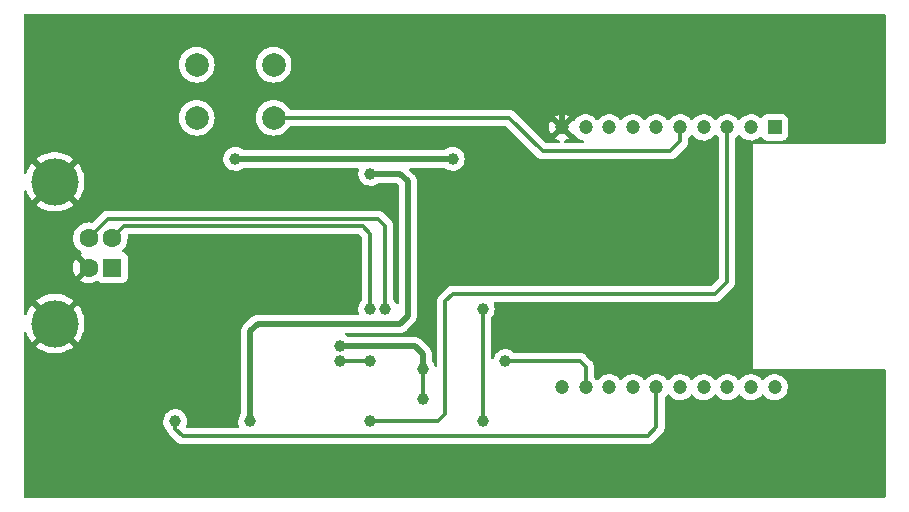
<source format=gbr>
G04 #@! TF.GenerationSoftware,KiCad,Pcbnew,6.0.9-8da3e8f707~117~ubuntu20.04.1*
G04 #@! TF.CreationDate,2022-12-12T10:08:10+01:00*
G04 #@! TF.ProjectId,Adaptateur,41646170-7461-4746-9575-722e6b696361,rev?*
G04 #@! TF.SameCoordinates,Original*
G04 #@! TF.FileFunction,Copper,L2,Bot*
G04 #@! TF.FilePolarity,Positive*
%FSLAX46Y46*%
G04 Gerber Fmt 4.6, Leading zero omitted, Abs format (unit mm)*
G04 Created by KiCad (PCBNEW 6.0.9-8da3e8f707~117~ubuntu20.04.1) date 2022-12-12 10:08:10*
%MOMM*%
%LPD*%
G01*
G04 APERTURE LIST*
G04 #@! TA.AperFunction,ComponentPad*
%ADD10R,1.600000X1.600000*%
G04 #@! TD*
G04 #@! TA.AperFunction,ComponentPad*
%ADD11C,1.600000*%
G04 #@! TD*
G04 #@! TA.AperFunction,ComponentPad*
%ADD12C,4.000000*%
G04 #@! TD*
G04 #@! TA.AperFunction,ComponentPad*
%ADD13C,2.000000*%
G04 #@! TD*
G04 #@! TA.AperFunction,ComponentPad*
%ADD14R,1.200000X1.200000*%
G04 #@! TD*
G04 #@! TA.AperFunction,ComponentPad*
%ADD15C,1.200000*%
G04 #@! TD*
G04 #@! TA.AperFunction,ViaPad*
%ADD16C,4.000000*%
G04 #@! TD*
G04 #@! TA.AperFunction,ViaPad*
%ADD17C,1.000000*%
G04 #@! TD*
G04 #@! TA.AperFunction,Conductor*
%ADD18C,0.350000*%
G04 #@! TD*
G04 #@! TA.AperFunction,Conductor*
%ADD19C,0.500000*%
G04 #@! TD*
G04 APERTURE END LIST*
D10*
X68000000Y-92000000D03*
D11*
X68000000Y-89500000D03*
X66000000Y-89500000D03*
X66000000Y-92000000D03*
D12*
X63140000Y-84750000D03*
X63140000Y-96750000D03*
D13*
X75165000Y-74825000D03*
X81665000Y-74825000D03*
X81665000Y-79325000D03*
X75165000Y-79325000D03*
D14*
X124080000Y-80140000D03*
D15*
X122080000Y-80140000D03*
X120080000Y-80140000D03*
X118080000Y-80140000D03*
X116080000Y-80140000D03*
X114080000Y-80140000D03*
X112080000Y-80140000D03*
X110080000Y-80140000D03*
X108080000Y-80140000D03*
X106080000Y-80140000D03*
X106080000Y-102140000D03*
X108080000Y-102140000D03*
X110080000Y-102140000D03*
X112080000Y-102140000D03*
X114080000Y-102140000D03*
X116080000Y-102140000D03*
X118080000Y-102140000D03*
X120080000Y-102140000D03*
X122080000Y-102140000D03*
X124080000Y-102140000D03*
D16*
X130000000Y-77000000D03*
X64000000Y-107500000D03*
X64000000Y-74500000D03*
X130000000Y-105000000D03*
D17*
X87305000Y-98665000D03*
X94290000Y-103110000D03*
X94290000Y-100570000D03*
X89845000Y-95490000D03*
X91115000Y-95490000D03*
X89845000Y-105015000D03*
X101275000Y-99935000D03*
X96830000Y-82790000D03*
X78415000Y-82790000D03*
X87305000Y-99935000D03*
X89845000Y-99935000D03*
X89845000Y-84060000D03*
X79685000Y-105015000D03*
X73335000Y-105015000D03*
X99370000Y-95490000D03*
X99370000Y-105015000D03*
D18*
X116080000Y-81320000D02*
X115245000Y-82155000D01*
X116080000Y-80140000D02*
X116080000Y-81320000D01*
X104450000Y-82155000D02*
X101620000Y-79325000D01*
X101620000Y-79325000D02*
X81665000Y-79325000D01*
X115245000Y-82155000D02*
X104450000Y-82155000D01*
D19*
X106080000Y-80140000D02*
X106080000Y-77350000D01*
X106080000Y-77350000D02*
X106430000Y-77000000D01*
X106430000Y-77000000D02*
X130000000Y-77000000D01*
D18*
X94290000Y-103110000D02*
X94290000Y-100570000D01*
D19*
X87305000Y-98665000D02*
X93655000Y-98665000D01*
X93655000Y-98665000D02*
X94290000Y-99300000D01*
X94290000Y-99300000D02*
X94290000Y-100570000D01*
D18*
X89845000Y-95490000D02*
X89845000Y-89140000D01*
X89845000Y-89140000D02*
X89210000Y-88505000D01*
X68995000Y-88505000D02*
X68000000Y-89500000D01*
X89210000Y-88505000D02*
X68995000Y-88505000D01*
X91115000Y-95490000D02*
X91115000Y-88505000D01*
X67630000Y-87870000D02*
X66000000Y-89500000D01*
X91115000Y-88505000D02*
X90480000Y-87870000D01*
X90480000Y-87870000D02*
X67630000Y-87870000D01*
X96830000Y-94220000D02*
X119055000Y-94220000D01*
X96195000Y-94855000D02*
X96830000Y-94220000D01*
X95560000Y-105015000D02*
X96195000Y-104380000D01*
X120080000Y-93195000D02*
X120080000Y-80140000D01*
X96195000Y-104380000D02*
X96195000Y-94855000D01*
X89845000Y-105015000D02*
X95560000Y-105015000D01*
X119055000Y-94220000D02*
X120080000Y-93195000D01*
X107625000Y-99935000D02*
X108080000Y-100390000D01*
X101275000Y-99935000D02*
X107625000Y-99935000D01*
X108080000Y-100390000D02*
X108080000Y-102140000D01*
D19*
X78415000Y-82790000D02*
X96830000Y-82790000D01*
D18*
X87305000Y-99935000D02*
X89845000Y-99935000D01*
D19*
X79685000Y-105015000D02*
X79685000Y-97395000D01*
X92385000Y-84060000D02*
X89845000Y-84060000D01*
X93020000Y-84695000D02*
X92385000Y-84060000D01*
X79685000Y-97395000D02*
X80320000Y-96760000D01*
X92385000Y-96760000D02*
X93020000Y-96125000D01*
X80320000Y-96760000D02*
X92385000Y-96760000D01*
X93020000Y-96125000D02*
X93020000Y-84695000D01*
D18*
X73970000Y-106285000D02*
X113340000Y-106285000D01*
X114080000Y-105545000D02*
X114080000Y-102140000D01*
X73335000Y-105015000D02*
X73335000Y-105650000D01*
X113340000Y-106285000D02*
X114080000Y-105545000D01*
X73335000Y-105650000D02*
X73970000Y-106285000D01*
X99370000Y-95490000D02*
X99370000Y-105015000D01*
G04 #@! TA.AperFunction,Conductor*
G36*
X133433621Y-70528502D02*
G01*
X133480114Y-70582158D01*
X133491500Y-70634500D01*
X133491500Y-81394000D01*
X133471498Y-81462121D01*
X133417842Y-81508614D01*
X133365500Y-81520000D01*
X122230000Y-81520000D01*
X122230000Y-100570000D01*
X133365500Y-100570000D01*
X133433621Y-100590002D01*
X133480114Y-100643658D01*
X133491500Y-100696000D01*
X133491500Y-111365500D01*
X133471498Y-111433621D01*
X133417842Y-111480114D01*
X133365500Y-111491500D01*
X60634500Y-111491500D01*
X60566379Y-111471498D01*
X60519886Y-111417842D01*
X60508500Y-111365500D01*
X60508500Y-98695987D01*
X61558721Y-98695987D01*
X61567548Y-98707605D01*
X61790281Y-98869430D01*
X61796961Y-98873670D01*
X62066572Y-99021890D01*
X62073707Y-99025247D01*
X62359770Y-99138508D01*
X62367296Y-99140953D01*
X62665279Y-99217462D01*
X62673050Y-99218945D01*
X62978278Y-99257503D01*
X62986169Y-99258000D01*
X63293831Y-99258000D01*
X63301722Y-99257503D01*
X63606950Y-99218945D01*
X63614721Y-99217462D01*
X63912704Y-99140953D01*
X63920230Y-99138508D01*
X64206293Y-99025247D01*
X64213428Y-99021890D01*
X64483039Y-98873670D01*
X64489719Y-98869430D01*
X64712823Y-98707336D01*
X64721246Y-98696413D01*
X64714342Y-98683552D01*
X63152812Y-97122022D01*
X63138868Y-97114408D01*
X63137035Y-97114539D01*
X63130420Y-97118790D01*
X61565334Y-98683876D01*
X61558721Y-98695987D01*
X60508500Y-98695987D01*
X60508500Y-97562667D01*
X60528502Y-97494546D01*
X60582158Y-97448053D01*
X60652432Y-97437949D01*
X60717012Y-97467443D01*
X60754333Y-97523731D01*
X60802284Y-97671309D01*
X60805199Y-97678672D01*
X60936189Y-97957041D01*
X60940001Y-97963974D01*
X61104851Y-98223736D01*
X61109495Y-98230129D01*
X61184497Y-98320790D01*
X61197014Y-98329245D01*
X61207752Y-98323038D01*
X62767978Y-96762812D01*
X62774356Y-96751132D01*
X63504408Y-96751132D01*
X63504539Y-96752965D01*
X63508790Y-96759580D01*
X65071145Y-98321935D01*
X65084407Y-98329177D01*
X65094512Y-98321988D01*
X65170505Y-98230129D01*
X65175149Y-98223736D01*
X65339999Y-97963974D01*
X65343811Y-97957041D01*
X65474801Y-97678672D01*
X65477716Y-97671309D01*
X65572783Y-97378723D01*
X65574754Y-97371046D01*
X65632400Y-97068855D01*
X65633393Y-97060994D01*
X65652710Y-96753958D01*
X65652710Y-96746042D01*
X65633393Y-96439006D01*
X65632400Y-96431145D01*
X65574754Y-96128954D01*
X65572783Y-96121277D01*
X65477716Y-95828691D01*
X65474801Y-95821328D01*
X65343811Y-95542959D01*
X65339999Y-95536026D01*
X65175149Y-95276264D01*
X65170505Y-95269871D01*
X65095503Y-95179210D01*
X65082986Y-95170755D01*
X65072248Y-95176962D01*
X63512022Y-96737188D01*
X63504408Y-96751132D01*
X62774356Y-96751132D01*
X62775592Y-96748868D01*
X62775461Y-96747035D01*
X62771210Y-96740420D01*
X61208855Y-95178065D01*
X61195593Y-95170823D01*
X61185488Y-95178012D01*
X61109495Y-95269871D01*
X61104851Y-95276264D01*
X60940001Y-95536026D01*
X60936189Y-95542959D01*
X60805199Y-95821328D01*
X60802284Y-95828691D01*
X60754333Y-95976269D01*
X60714260Y-96034875D01*
X60648863Y-96062512D01*
X60578906Y-96050405D01*
X60526600Y-96002399D01*
X60508500Y-95937333D01*
X60508500Y-94803587D01*
X61558754Y-94803587D01*
X61565658Y-94816448D01*
X63127188Y-96377978D01*
X63141132Y-96385592D01*
X63142965Y-96385461D01*
X63149580Y-96381210D01*
X64714666Y-94816124D01*
X64721279Y-94804013D01*
X64712452Y-94792395D01*
X64489719Y-94630570D01*
X64483039Y-94626330D01*
X64213428Y-94478110D01*
X64206293Y-94474753D01*
X63920230Y-94361492D01*
X63912704Y-94359047D01*
X63614721Y-94282538D01*
X63606950Y-94281055D01*
X63301722Y-94242497D01*
X63293831Y-94242000D01*
X62986169Y-94242000D01*
X62978278Y-94242497D01*
X62673050Y-94281055D01*
X62665279Y-94282538D01*
X62367296Y-94359047D01*
X62359770Y-94361492D01*
X62073707Y-94474753D01*
X62066572Y-94478110D01*
X61796961Y-94626330D01*
X61790281Y-94630570D01*
X61567177Y-94792664D01*
X61558754Y-94803587D01*
X60508500Y-94803587D01*
X60508500Y-92005475D01*
X64687483Y-92005475D01*
X64706472Y-92222519D01*
X64708375Y-92233312D01*
X64764764Y-92443761D01*
X64768510Y-92454053D01*
X64860586Y-92651511D01*
X64866069Y-92661006D01*
X64902509Y-92713048D01*
X64912988Y-92721424D01*
X64926434Y-92714356D01*
X65627978Y-92012812D01*
X65635592Y-91998868D01*
X65635461Y-91997035D01*
X65631210Y-91990420D01*
X64925713Y-91284923D01*
X64913938Y-91278493D01*
X64901923Y-91287789D01*
X64866069Y-91338994D01*
X64860586Y-91348489D01*
X64768510Y-91545947D01*
X64764764Y-91556239D01*
X64708375Y-91766688D01*
X64706472Y-91777481D01*
X64687483Y-91994525D01*
X64687483Y-92005475D01*
X60508500Y-92005475D01*
X60508500Y-89500000D01*
X64686502Y-89500000D01*
X64706457Y-89728087D01*
X64765716Y-89949243D01*
X64768039Y-89954224D01*
X64768039Y-89954225D01*
X64860151Y-90151762D01*
X64860154Y-90151767D01*
X64862477Y-90156749D01*
X64993802Y-90344300D01*
X65155700Y-90506198D01*
X65160208Y-90509355D01*
X65160211Y-90509357D01*
X65193681Y-90532793D01*
X65343251Y-90637523D01*
X65348235Y-90639847D01*
X65350528Y-90641171D01*
X65399521Y-90692553D01*
X65412957Y-90762267D01*
X65386571Y-90828178D01*
X65350528Y-90859409D01*
X65338998Y-90866066D01*
X65286952Y-90902509D01*
X65278576Y-90912988D01*
X65285644Y-90926434D01*
X66270115Y-91910905D01*
X66304141Y-91973217D01*
X66299076Y-92044032D01*
X66270115Y-92089095D01*
X65284923Y-93074287D01*
X65278493Y-93086062D01*
X65287789Y-93098077D01*
X65338994Y-93133931D01*
X65348489Y-93139414D01*
X65545947Y-93231490D01*
X65556239Y-93235236D01*
X65766688Y-93291625D01*
X65777481Y-93293528D01*
X65994525Y-93312517D01*
X66005475Y-93312517D01*
X66222519Y-93293528D01*
X66233312Y-93291625D01*
X66443761Y-93235236D01*
X66454053Y-93231490D01*
X66651511Y-93139414D01*
X66661011Y-93133929D01*
X66661910Y-93133299D01*
X66662370Y-93133144D01*
X66665768Y-93131182D01*
X66666162Y-93131865D01*
X66729184Y-93110612D01*
X66798044Y-93127898D01*
X66823803Y-93150934D01*
X66825007Y-93149730D01*
X66831358Y-93156081D01*
X66836739Y-93163261D01*
X66843919Y-93168642D01*
X66843922Y-93168645D01*
X66907498Y-93216292D01*
X66953295Y-93250615D01*
X67089684Y-93301745D01*
X67151866Y-93308500D01*
X68848134Y-93308500D01*
X68910316Y-93301745D01*
X69046705Y-93250615D01*
X69163261Y-93163261D01*
X69250615Y-93046705D01*
X69301745Y-92910316D01*
X69308500Y-92848134D01*
X69308500Y-91151866D01*
X69301745Y-91089684D01*
X69250615Y-90953295D01*
X69163261Y-90836739D01*
X69046705Y-90749385D01*
X68910316Y-90698255D01*
X68911046Y-90696309D01*
X68858795Y-90666455D01*
X68825979Y-90603497D01*
X68832409Y-90532793D01*
X68860498Y-90490000D01*
X69006198Y-90344300D01*
X69137523Y-90156749D01*
X69139846Y-90151767D01*
X69139849Y-90151762D01*
X69231961Y-89954225D01*
X69231961Y-89954224D01*
X69234284Y-89949243D01*
X69293543Y-89728087D01*
X69313498Y-89500000D01*
X69313019Y-89494524D01*
X69298230Y-89325481D01*
X69312219Y-89255877D01*
X69361619Y-89204884D01*
X69423751Y-89188500D01*
X88874695Y-89188500D01*
X88942816Y-89208502D01*
X88963790Y-89225405D01*
X89124595Y-89386210D01*
X89158621Y-89448522D01*
X89161500Y-89475305D01*
X89161500Y-94689689D01*
X89141498Y-94757810D01*
X89132028Y-94770672D01*
X89008846Y-94917474D01*
X89005879Y-94922872D01*
X89005875Y-94922877D01*
X88967522Y-94992642D01*
X88913567Y-95090787D01*
X88911706Y-95096654D01*
X88911705Y-95096656D01*
X88885897Y-95178012D01*
X88853765Y-95279306D01*
X88831719Y-95475851D01*
X88848268Y-95672934D01*
X88849967Y-95678858D01*
X88896394Y-95840770D01*
X88895943Y-95911765D01*
X88857181Y-95971246D01*
X88792415Y-96000329D01*
X88775275Y-96001500D01*
X80387070Y-96001500D01*
X80368120Y-96000067D01*
X80353885Y-95997901D01*
X80353881Y-95997901D01*
X80346651Y-95996801D01*
X80339359Y-95997394D01*
X80339356Y-95997394D01*
X80293982Y-96001085D01*
X80283767Y-96001500D01*
X80275707Y-96001500D01*
X80272073Y-96001924D01*
X80272067Y-96001924D01*
X80259042Y-96003443D01*
X80247480Y-96004791D01*
X80243132Y-96005221D01*
X80221059Y-96007016D01*
X80177662Y-96010546D01*
X80177659Y-96010547D01*
X80170364Y-96011140D01*
X80163400Y-96013396D01*
X80157461Y-96014583D01*
X80151590Y-96015970D01*
X80144319Y-96016818D01*
X80137443Y-96019314D01*
X80137434Y-96019316D01*
X80075702Y-96041725D01*
X80071598Y-96043135D01*
X80002101Y-96065648D01*
X79995846Y-96069444D01*
X79990387Y-96071943D01*
X79984939Y-96074671D01*
X79978063Y-96077167D01*
X79917010Y-96117195D01*
X79913337Y-96119513D01*
X79850893Y-96157405D01*
X79842517Y-96164802D01*
X79842493Y-96164775D01*
X79839499Y-96167430D01*
X79836268Y-96170132D01*
X79830148Y-96174144D01*
X79825116Y-96179456D01*
X79776872Y-96230383D01*
X79774494Y-96232825D01*
X79196089Y-96811230D01*
X79181677Y-96823616D01*
X79170082Y-96832149D01*
X79170077Y-96832154D01*
X79164182Y-96836492D01*
X79159443Y-96842070D01*
X79159440Y-96842073D01*
X79129965Y-96876768D01*
X79123035Y-96884284D01*
X79117340Y-96889979D01*
X79115060Y-96892861D01*
X79099719Y-96912251D01*
X79096928Y-96915655D01*
X79054409Y-96965703D01*
X79049667Y-96971285D01*
X79046339Y-96977801D01*
X79042972Y-96982850D01*
X79039805Y-96987979D01*
X79035266Y-96993716D01*
X79004345Y-97059875D01*
X79002442Y-97063769D01*
X78969231Y-97128808D01*
X78967492Y-97135916D01*
X78965393Y-97141559D01*
X78963476Y-97147322D01*
X78960378Y-97153950D01*
X78958888Y-97161112D01*
X78958888Y-97161113D01*
X78945514Y-97225412D01*
X78944544Y-97229696D01*
X78927192Y-97300610D01*
X78926500Y-97311764D01*
X78926464Y-97311762D01*
X78926225Y-97315755D01*
X78925851Y-97319947D01*
X78924360Y-97327115D01*
X78924558Y-97334432D01*
X78926454Y-97404521D01*
X78926500Y-97407928D01*
X78926500Y-104304071D01*
X78906498Y-104372192D01*
X78897030Y-104385051D01*
X78848846Y-104442474D01*
X78845879Y-104447872D01*
X78845875Y-104447877D01*
X78789058Y-104551228D01*
X78753567Y-104615787D01*
X78751706Y-104621654D01*
X78751705Y-104621656D01*
X78695627Y-104798436D01*
X78693765Y-104804306D01*
X78671719Y-105000851D01*
X78688268Y-105197934D01*
X78742783Y-105388050D01*
X78745601Y-105393532D01*
X78745602Y-105393536D01*
X78758127Y-105417907D01*
X78771474Y-105487638D01*
X78745003Y-105553515D01*
X78687118Y-105594623D01*
X78646060Y-105601500D01*
X74376521Y-105601500D01*
X74308400Y-105581498D01*
X74261907Y-105527842D01*
X74251803Y-105457568D01*
X74260363Y-105427893D01*
X74260769Y-105427179D01*
X74262712Y-105421337D01*
X74262715Y-105421331D01*
X74321250Y-105245365D01*
X74323197Y-105239513D01*
X74347985Y-105043295D01*
X74348380Y-105015000D01*
X74329080Y-104818167D01*
X74271916Y-104628831D01*
X74179066Y-104454204D01*
X74062678Y-104311498D01*
X74057960Y-104305713D01*
X74057957Y-104305710D01*
X74054065Y-104300938D01*
X74047724Y-104295692D01*
X73906425Y-104178799D01*
X73906421Y-104178797D01*
X73901675Y-104174870D01*
X73727701Y-104080802D01*
X73538768Y-104022318D01*
X73532643Y-104021674D01*
X73532642Y-104021674D01*
X73348204Y-104002289D01*
X73348202Y-104002289D01*
X73342075Y-104001645D01*
X73259576Y-104009153D01*
X73151251Y-104019011D01*
X73151248Y-104019012D01*
X73145112Y-104019570D01*
X73139206Y-104021308D01*
X73139202Y-104021309D01*
X73059743Y-104044695D01*
X72955381Y-104075410D01*
X72949923Y-104078263D01*
X72949919Y-104078265D01*
X72938678Y-104084142D01*
X72780110Y-104167040D01*
X72625975Y-104290968D01*
X72498846Y-104442474D01*
X72495879Y-104447872D01*
X72495875Y-104447877D01*
X72439058Y-104551228D01*
X72403567Y-104615787D01*
X72401706Y-104621654D01*
X72401705Y-104621656D01*
X72345627Y-104798436D01*
X72343765Y-104804306D01*
X72321719Y-105000851D01*
X72338268Y-105197934D01*
X72392783Y-105388050D01*
X72483187Y-105563956D01*
X72606035Y-105718953D01*
X72610729Y-105722948D01*
X72610731Y-105722950D01*
X72622921Y-105733325D01*
X72661833Y-105792708D01*
X72663257Y-105799410D01*
X72663631Y-105799318D01*
X72665442Y-105806691D01*
X72666355Y-105814235D01*
X72669042Y-105821345D01*
X72670246Y-105826248D01*
X72673114Y-105836734D01*
X72674561Y-105841526D01*
X72675866Y-105849004D01*
X72678918Y-105855956D01*
X72678918Y-105855957D01*
X72700595Y-105905341D01*
X72703086Y-105911446D01*
X72718666Y-105952675D01*
X72724831Y-105968989D01*
X72729131Y-105975246D01*
X72731467Y-105979714D01*
X72736725Y-105989160D01*
X72739307Y-105993526D01*
X72742362Y-106000485D01*
X72779823Y-106049304D01*
X72783686Y-106054623D01*
X72810283Y-106093321D01*
X72818534Y-106105326D01*
X72824203Y-106110377D01*
X72863323Y-106145232D01*
X72868598Y-106150213D01*
X73466844Y-106748459D01*
X73472698Y-106754724D01*
X73509290Y-106796670D01*
X73559652Y-106832066D01*
X73564912Y-106835972D01*
X73613329Y-106873935D01*
X73620254Y-106877062D01*
X73624582Y-106879683D01*
X73633983Y-106885046D01*
X73638425Y-106887428D01*
X73644639Y-106891795D01*
X73651714Y-106894554D01*
X73651717Y-106894555D01*
X73701956Y-106914142D01*
X73708037Y-106916698D01*
X73711098Y-106918080D01*
X73764105Y-106942014D01*
X73771577Y-106943399D01*
X73776378Y-106944903D01*
X73786818Y-106947878D01*
X73791698Y-106949131D01*
X73798772Y-106951889D01*
X73806303Y-106952881D01*
X73806305Y-106952881D01*
X73859777Y-106959921D01*
X73866290Y-106960953D01*
X73919299Y-106970777D01*
X73919301Y-106970777D01*
X73926768Y-106972161D01*
X73934349Y-106971724D01*
X73934350Y-106971724D01*
X73986643Y-106968709D01*
X73993895Y-106968500D01*
X113311955Y-106968500D01*
X113320524Y-106968792D01*
X113368458Y-106972060D01*
X113368462Y-106972060D01*
X113376034Y-106972576D01*
X113383511Y-106971271D01*
X113383514Y-106971271D01*
X113436647Y-106961998D01*
X113443171Y-106961035D01*
X113496691Y-106954558D01*
X113504235Y-106953645D01*
X113511345Y-106950958D01*
X113516248Y-106949754D01*
X113526734Y-106946886D01*
X113531526Y-106945439D01*
X113539004Y-106944134D01*
X113550953Y-106938889D01*
X113595341Y-106919405D01*
X113601446Y-106916914D01*
X113651882Y-106897855D01*
X113651885Y-106897853D01*
X113658989Y-106895169D01*
X113665246Y-106890869D01*
X113669714Y-106888533D01*
X113679160Y-106883275D01*
X113683526Y-106880693D01*
X113690485Y-106877638D01*
X113739304Y-106840177D01*
X113744623Y-106836314D01*
X113789065Y-106805769D01*
X113795326Y-106801466D01*
X113835233Y-106756676D01*
X113840213Y-106751402D01*
X114543459Y-106048156D01*
X114549724Y-106042302D01*
X114585945Y-106010704D01*
X114591670Y-106005710D01*
X114627066Y-105955345D01*
X114630980Y-105950077D01*
X114664248Y-105907649D01*
X114668935Y-105901672D01*
X114672061Y-105894748D01*
X114674671Y-105890439D01*
X114680042Y-105881024D01*
X114682427Y-105876576D01*
X114686795Y-105870361D01*
X114709144Y-105813039D01*
X114711698Y-105806962D01*
X114715150Y-105799318D01*
X114737014Y-105750895D01*
X114738400Y-105743418D01*
X114739910Y-105738598D01*
X114742882Y-105728165D01*
X114744130Y-105723304D01*
X114746889Y-105716228D01*
X114754918Y-105655238D01*
X114755950Y-105648722D01*
X114765777Y-105595700D01*
X114767161Y-105588233D01*
X114765446Y-105558477D01*
X114763709Y-105528358D01*
X114763500Y-105521106D01*
X114763500Y-103072510D01*
X114783502Y-103004389D01*
X114808931Y-102975636D01*
X114854344Y-102937867D01*
X114867186Y-102927186D01*
X114984733Y-102785851D01*
X115043670Y-102746267D01*
X115114652Y-102744831D01*
X115175143Y-102781998D01*
X115184503Y-102793699D01*
X115230145Y-102858280D01*
X115233479Y-102862997D01*
X115379410Y-103005157D01*
X115384206Y-103008362D01*
X115384209Y-103008364D01*
X115452149Y-103053760D01*
X115548803Y-103118342D01*
X115554106Y-103120620D01*
X115554109Y-103120622D01*
X115643115Y-103158862D01*
X115735987Y-103198763D01*
X115808817Y-103215243D01*
X115929055Y-103242450D01*
X115929060Y-103242451D01*
X115934692Y-103243725D01*
X115940463Y-103243952D01*
X115940465Y-103243952D01*
X116003470Y-103246427D01*
X116138263Y-103251723D01*
X116339883Y-103222490D01*
X116345347Y-103220635D01*
X116345352Y-103220634D01*
X116527327Y-103158862D01*
X116527332Y-103158860D01*
X116532799Y-103157004D01*
X116710551Y-103057458D01*
X116867186Y-102927186D01*
X116984733Y-102785851D01*
X117043670Y-102746267D01*
X117114652Y-102744831D01*
X117175143Y-102781998D01*
X117184503Y-102793699D01*
X117230145Y-102858280D01*
X117233479Y-102862997D01*
X117379410Y-103005157D01*
X117384206Y-103008362D01*
X117384209Y-103008364D01*
X117452149Y-103053760D01*
X117548803Y-103118342D01*
X117554106Y-103120620D01*
X117554109Y-103120622D01*
X117643115Y-103158862D01*
X117735987Y-103198763D01*
X117808817Y-103215243D01*
X117929055Y-103242450D01*
X117929060Y-103242451D01*
X117934692Y-103243725D01*
X117940463Y-103243952D01*
X117940465Y-103243952D01*
X118003470Y-103246427D01*
X118138263Y-103251723D01*
X118339883Y-103222490D01*
X118345347Y-103220635D01*
X118345352Y-103220634D01*
X118527327Y-103158862D01*
X118527332Y-103158860D01*
X118532799Y-103157004D01*
X118710551Y-103057458D01*
X118867186Y-102927186D01*
X118984733Y-102785851D01*
X119043670Y-102746267D01*
X119114652Y-102744831D01*
X119175143Y-102781998D01*
X119184503Y-102793699D01*
X119230145Y-102858280D01*
X119233479Y-102862997D01*
X119379410Y-103005157D01*
X119384206Y-103008362D01*
X119384209Y-103008364D01*
X119452149Y-103053760D01*
X119548803Y-103118342D01*
X119554106Y-103120620D01*
X119554109Y-103120622D01*
X119643115Y-103158862D01*
X119735987Y-103198763D01*
X119808817Y-103215243D01*
X119929055Y-103242450D01*
X119929060Y-103242451D01*
X119934692Y-103243725D01*
X119940463Y-103243952D01*
X119940465Y-103243952D01*
X120003470Y-103246427D01*
X120138263Y-103251723D01*
X120339883Y-103222490D01*
X120345347Y-103220635D01*
X120345352Y-103220634D01*
X120527327Y-103158862D01*
X120527332Y-103158860D01*
X120532799Y-103157004D01*
X120710551Y-103057458D01*
X120867186Y-102927186D01*
X120984733Y-102785851D01*
X121043670Y-102746267D01*
X121114652Y-102744831D01*
X121175143Y-102781998D01*
X121184503Y-102793699D01*
X121230145Y-102858280D01*
X121233479Y-102862997D01*
X121379410Y-103005157D01*
X121384206Y-103008362D01*
X121384209Y-103008364D01*
X121452149Y-103053760D01*
X121548803Y-103118342D01*
X121554106Y-103120620D01*
X121554109Y-103120622D01*
X121643115Y-103158862D01*
X121735987Y-103198763D01*
X121808817Y-103215243D01*
X121929055Y-103242450D01*
X121929060Y-103242451D01*
X121934692Y-103243725D01*
X121940463Y-103243952D01*
X121940465Y-103243952D01*
X122003470Y-103246427D01*
X122138263Y-103251723D01*
X122339883Y-103222490D01*
X122345347Y-103220635D01*
X122345352Y-103220634D01*
X122527327Y-103158862D01*
X122527332Y-103158860D01*
X122532799Y-103157004D01*
X122710551Y-103057458D01*
X122867186Y-102927186D01*
X122984733Y-102785851D01*
X123043670Y-102746267D01*
X123114652Y-102744831D01*
X123175143Y-102781998D01*
X123184503Y-102793699D01*
X123230145Y-102858280D01*
X123233479Y-102862997D01*
X123379410Y-103005157D01*
X123384206Y-103008362D01*
X123384209Y-103008364D01*
X123452149Y-103053760D01*
X123548803Y-103118342D01*
X123554106Y-103120620D01*
X123554109Y-103120622D01*
X123643115Y-103158862D01*
X123735987Y-103198763D01*
X123808817Y-103215243D01*
X123929055Y-103242450D01*
X123929060Y-103242451D01*
X123934692Y-103243725D01*
X123940463Y-103243952D01*
X123940465Y-103243952D01*
X124003470Y-103246427D01*
X124138263Y-103251723D01*
X124339883Y-103222490D01*
X124345347Y-103220635D01*
X124345352Y-103220634D01*
X124527327Y-103158862D01*
X124527332Y-103158860D01*
X124532799Y-103157004D01*
X124710551Y-103057458D01*
X124867186Y-102927186D01*
X124997458Y-102770551D01*
X125097004Y-102592799D01*
X125098860Y-102587332D01*
X125098862Y-102587327D01*
X125160634Y-102405352D01*
X125160635Y-102405347D01*
X125162490Y-102399883D01*
X125191723Y-102198263D01*
X125193249Y-102140000D01*
X125174608Y-101937126D01*
X125119307Y-101741047D01*
X125108680Y-101719496D01*
X125031756Y-101563510D01*
X125029201Y-101558329D01*
X125013603Y-101537440D01*
X124910758Y-101399715D01*
X124910758Y-101399714D01*
X124907305Y-101395091D01*
X124808613Y-101303861D01*
X124761943Y-101260719D01*
X124761940Y-101260717D01*
X124757703Y-101256800D01*
X124711675Y-101227759D01*
X124590288Y-101151169D01*
X124590283Y-101151167D01*
X124585404Y-101148088D01*
X124396180Y-101072595D01*
X124196366Y-101032849D01*
X124190592Y-101032773D01*
X124190588Y-101032773D01*
X124087452Y-101031424D01*
X123992655Y-101030183D01*
X123986958Y-101031162D01*
X123986957Y-101031162D01*
X123797567Y-101063705D01*
X123791870Y-101064684D01*
X123600734Y-101135198D01*
X123425649Y-101239363D01*
X123272478Y-101373690D01*
X123178395Y-101493034D01*
X123120515Y-101534146D01*
X123049595Y-101537440D01*
X122988152Y-101501869D01*
X122978488Y-101490416D01*
X122910758Y-101399715D01*
X122910758Y-101399714D01*
X122907305Y-101395091D01*
X122808613Y-101303861D01*
X122761943Y-101260719D01*
X122761940Y-101260717D01*
X122757703Y-101256800D01*
X122711675Y-101227759D01*
X122590288Y-101151169D01*
X122590283Y-101151167D01*
X122585404Y-101148088D01*
X122396180Y-101072595D01*
X122196366Y-101032849D01*
X122190592Y-101032773D01*
X122190588Y-101032773D01*
X122087452Y-101031424D01*
X121992655Y-101030183D01*
X121986958Y-101031162D01*
X121986957Y-101031162D01*
X121797567Y-101063705D01*
X121791870Y-101064684D01*
X121600734Y-101135198D01*
X121425649Y-101239363D01*
X121272478Y-101373690D01*
X121178395Y-101493034D01*
X121120515Y-101534146D01*
X121049595Y-101537440D01*
X120988152Y-101501869D01*
X120978488Y-101490416D01*
X120910758Y-101399715D01*
X120910758Y-101399714D01*
X120907305Y-101395091D01*
X120808613Y-101303861D01*
X120761943Y-101260719D01*
X120761940Y-101260717D01*
X120757703Y-101256800D01*
X120711675Y-101227759D01*
X120590288Y-101151169D01*
X120590283Y-101151167D01*
X120585404Y-101148088D01*
X120396180Y-101072595D01*
X120196366Y-101032849D01*
X120190592Y-101032773D01*
X120190588Y-101032773D01*
X120087452Y-101031424D01*
X119992655Y-101030183D01*
X119986958Y-101031162D01*
X119986957Y-101031162D01*
X119797567Y-101063705D01*
X119791870Y-101064684D01*
X119600734Y-101135198D01*
X119425649Y-101239363D01*
X119272478Y-101373690D01*
X119178395Y-101493034D01*
X119120515Y-101534146D01*
X119049595Y-101537440D01*
X118988152Y-101501869D01*
X118978488Y-101490416D01*
X118910758Y-101399715D01*
X118910758Y-101399714D01*
X118907305Y-101395091D01*
X118808613Y-101303861D01*
X118761943Y-101260719D01*
X118761940Y-101260717D01*
X118757703Y-101256800D01*
X118711675Y-101227759D01*
X118590288Y-101151169D01*
X118590283Y-101151167D01*
X118585404Y-101148088D01*
X118396180Y-101072595D01*
X118196366Y-101032849D01*
X118190592Y-101032773D01*
X118190588Y-101032773D01*
X118087452Y-101031424D01*
X117992655Y-101030183D01*
X117986958Y-101031162D01*
X117986957Y-101031162D01*
X117797567Y-101063705D01*
X117791870Y-101064684D01*
X117600734Y-101135198D01*
X117425649Y-101239363D01*
X117272478Y-101373690D01*
X117178395Y-101493034D01*
X117120515Y-101534146D01*
X117049595Y-101537440D01*
X116988152Y-101501869D01*
X116978488Y-101490416D01*
X116910758Y-101399715D01*
X116910758Y-101399714D01*
X116907305Y-101395091D01*
X116808613Y-101303861D01*
X116761943Y-101260719D01*
X116761940Y-101260717D01*
X116757703Y-101256800D01*
X116711675Y-101227759D01*
X116590288Y-101151169D01*
X116590283Y-101151167D01*
X116585404Y-101148088D01*
X116396180Y-101072595D01*
X116196366Y-101032849D01*
X116190592Y-101032773D01*
X116190588Y-101032773D01*
X116087452Y-101031424D01*
X115992655Y-101030183D01*
X115986958Y-101031162D01*
X115986957Y-101031162D01*
X115797567Y-101063705D01*
X115791870Y-101064684D01*
X115600734Y-101135198D01*
X115425649Y-101239363D01*
X115272478Y-101373690D01*
X115178395Y-101493034D01*
X115120515Y-101534146D01*
X115049595Y-101537440D01*
X114988152Y-101501869D01*
X114978488Y-101490416D01*
X114910758Y-101399715D01*
X114910758Y-101399714D01*
X114907305Y-101395091D01*
X114808613Y-101303861D01*
X114761943Y-101260719D01*
X114761940Y-101260717D01*
X114757703Y-101256800D01*
X114711675Y-101227759D01*
X114590288Y-101151169D01*
X114590283Y-101151167D01*
X114585404Y-101148088D01*
X114396180Y-101072595D01*
X114196366Y-101032849D01*
X114190592Y-101032773D01*
X114190588Y-101032773D01*
X114087452Y-101031424D01*
X113992655Y-101030183D01*
X113986958Y-101031162D01*
X113986957Y-101031162D01*
X113797567Y-101063705D01*
X113791870Y-101064684D01*
X113600734Y-101135198D01*
X113425649Y-101239363D01*
X113272478Y-101373690D01*
X113178395Y-101493034D01*
X113120515Y-101534146D01*
X113049595Y-101537440D01*
X112988152Y-101501869D01*
X112978488Y-101490416D01*
X112910758Y-101399715D01*
X112910758Y-101399714D01*
X112907305Y-101395091D01*
X112808613Y-101303861D01*
X112761943Y-101260719D01*
X112761940Y-101260717D01*
X112757703Y-101256800D01*
X112711675Y-101227759D01*
X112590288Y-101151169D01*
X112590283Y-101151167D01*
X112585404Y-101148088D01*
X112396180Y-101072595D01*
X112196366Y-101032849D01*
X112190592Y-101032773D01*
X112190588Y-101032773D01*
X112087452Y-101031424D01*
X111992655Y-101030183D01*
X111986958Y-101031162D01*
X111986957Y-101031162D01*
X111797567Y-101063705D01*
X111791870Y-101064684D01*
X111600734Y-101135198D01*
X111425649Y-101239363D01*
X111272478Y-101373690D01*
X111178395Y-101493034D01*
X111120515Y-101534146D01*
X111049595Y-101537440D01*
X110988152Y-101501869D01*
X110978488Y-101490416D01*
X110910758Y-101399715D01*
X110910758Y-101399714D01*
X110907305Y-101395091D01*
X110808613Y-101303861D01*
X110761943Y-101260719D01*
X110761940Y-101260717D01*
X110757703Y-101256800D01*
X110711675Y-101227759D01*
X110590288Y-101151169D01*
X110590283Y-101151167D01*
X110585404Y-101148088D01*
X110396180Y-101072595D01*
X110196366Y-101032849D01*
X110190592Y-101032773D01*
X110190588Y-101032773D01*
X110087452Y-101031424D01*
X109992655Y-101030183D01*
X109986958Y-101031162D01*
X109986957Y-101031162D01*
X109797567Y-101063705D01*
X109791870Y-101064684D01*
X109600734Y-101135198D01*
X109425649Y-101239363D01*
X109272478Y-101373690D01*
X109178395Y-101493034D01*
X109120515Y-101534146D01*
X109049595Y-101537440D01*
X108988152Y-101501869D01*
X108978488Y-101490416D01*
X108910758Y-101399715D01*
X108910758Y-101399714D01*
X108907305Y-101395091D01*
X108803971Y-101299570D01*
X108767526Y-101238641D01*
X108763500Y-101207045D01*
X108763500Y-100418045D01*
X108763792Y-100409476D01*
X108767060Y-100361542D01*
X108767060Y-100361538D01*
X108767576Y-100353966D01*
X108765361Y-100341270D01*
X108756998Y-100293353D01*
X108756035Y-100286829D01*
X108749558Y-100233309D01*
X108748645Y-100225765D01*
X108745958Y-100218655D01*
X108744754Y-100213752D01*
X108741886Y-100203266D01*
X108740439Y-100198474D01*
X108739134Y-100190996D01*
X108735989Y-100183831D01*
X108714405Y-100134659D01*
X108711914Y-100128554D01*
X108692855Y-100078118D01*
X108692853Y-100078115D01*
X108690169Y-100071011D01*
X108685869Y-100064754D01*
X108683533Y-100060286D01*
X108678275Y-100050840D01*
X108675693Y-100046474D01*
X108672638Y-100039515D01*
X108635177Y-99990696D01*
X108631314Y-99985377D01*
X108600769Y-99940935D01*
X108596466Y-99934674D01*
X108588069Y-99927192D01*
X108551677Y-99894768D01*
X108546402Y-99889787D01*
X108128156Y-99471541D01*
X108122302Y-99465276D01*
X108118053Y-99460405D01*
X108085710Y-99423330D01*
X108035345Y-99387934D01*
X108030077Y-99384020D01*
X107996306Y-99357540D01*
X107981672Y-99346065D01*
X107974748Y-99342939D01*
X107970439Y-99340329D01*
X107961024Y-99334958D01*
X107956576Y-99332573D01*
X107950361Y-99328205D01*
X107893039Y-99305856D01*
X107886971Y-99303306D01*
X107830895Y-99277986D01*
X107823418Y-99276600D01*
X107818598Y-99275090D01*
X107808165Y-99272118D01*
X107803304Y-99270870D01*
X107796228Y-99268111D01*
X107735238Y-99260082D01*
X107728722Y-99259050D01*
X107675700Y-99249223D01*
X107668233Y-99247839D01*
X107660653Y-99248276D01*
X107660652Y-99248276D01*
X107608358Y-99251291D01*
X107601106Y-99251500D01*
X102076016Y-99251500D01*
X102007895Y-99231498D01*
X101994374Y-99220564D01*
X101994065Y-99220938D01*
X101846425Y-99098799D01*
X101846421Y-99098797D01*
X101841675Y-99094870D01*
X101667701Y-99000802D01*
X101478768Y-98942318D01*
X101472643Y-98941674D01*
X101472642Y-98941674D01*
X101288204Y-98922289D01*
X101288202Y-98922289D01*
X101282075Y-98921645D01*
X101199576Y-98929153D01*
X101091251Y-98939011D01*
X101091248Y-98939012D01*
X101085112Y-98939570D01*
X101079206Y-98941308D01*
X101079202Y-98941309D01*
X100974076Y-98972249D01*
X100895381Y-98995410D01*
X100889923Y-98998263D01*
X100889919Y-98998265D01*
X100838308Y-99025247D01*
X100720110Y-99087040D01*
X100565975Y-99210968D01*
X100438846Y-99362474D01*
X100435879Y-99367872D01*
X100435875Y-99367877D01*
X100388031Y-99454907D01*
X100343567Y-99535787D01*
X100341706Y-99541654D01*
X100341705Y-99541656D01*
X100299602Y-99674382D01*
X100259939Y-99733266D01*
X100194736Y-99761358D01*
X100124697Y-99749741D01*
X100072057Y-99702101D01*
X100053500Y-99636283D01*
X100053500Y-96288499D01*
X100073502Y-96220378D01*
X100084119Y-96206168D01*
X100194049Y-96078813D01*
X100194050Y-96078811D01*
X100198078Y-96074145D01*
X100295769Y-95902179D01*
X100358197Y-95714513D01*
X100382985Y-95518295D01*
X100383380Y-95490000D01*
X100364080Y-95293167D01*
X100306916Y-95103831D01*
X100304024Y-95098392D01*
X100304022Y-95098387D01*
X100298846Y-95088652D01*
X100284527Y-95019114D01*
X100310076Y-94952874D01*
X100367381Y-94910962D01*
X100410098Y-94903500D01*
X119026955Y-94903500D01*
X119035524Y-94903792D01*
X119083458Y-94907060D01*
X119083462Y-94907060D01*
X119091034Y-94907576D01*
X119098511Y-94906271D01*
X119098514Y-94906271D01*
X119151647Y-94896998D01*
X119158171Y-94896035D01*
X119211691Y-94889558D01*
X119219235Y-94888645D01*
X119226345Y-94885958D01*
X119231248Y-94884754D01*
X119241734Y-94881886D01*
X119246526Y-94880439D01*
X119254004Y-94879134D01*
X119260957Y-94876082D01*
X119310341Y-94854405D01*
X119316446Y-94851914D01*
X119366882Y-94832855D01*
X119366885Y-94832853D01*
X119373989Y-94830169D01*
X119380246Y-94825869D01*
X119384714Y-94823533D01*
X119394160Y-94818275D01*
X119398526Y-94815693D01*
X119405485Y-94812638D01*
X119454304Y-94775177D01*
X119459623Y-94771314D01*
X119504065Y-94740769D01*
X119510326Y-94736466D01*
X119550233Y-94691676D01*
X119555213Y-94686402D01*
X120543459Y-93698156D01*
X120549724Y-93692302D01*
X120578932Y-93666822D01*
X120591670Y-93655710D01*
X120627066Y-93605345D01*
X120630980Y-93600077D01*
X120640382Y-93588086D01*
X120668935Y-93551672D01*
X120672061Y-93544748D01*
X120674671Y-93540439D01*
X120680042Y-93531024D01*
X120682427Y-93526576D01*
X120686795Y-93520361D01*
X120709144Y-93463039D01*
X120711698Y-93456962D01*
X120733887Y-93407820D01*
X120737014Y-93400895D01*
X120738400Y-93393418D01*
X120739910Y-93388598D01*
X120742878Y-93378182D01*
X120744131Y-93373302D01*
X120746889Y-93366228D01*
X120747881Y-93358695D01*
X120754921Y-93305223D01*
X120755953Y-93298710D01*
X120765777Y-93245701D01*
X120765777Y-93245699D01*
X120767161Y-93238232D01*
X120763709Y-93178357D01*
X120763500Y-93171105D01*
X120763500Y-81072510D01*
X120783502Y-81004389D01*
X120808931Y-80975636D01*
X120859650Y-80933454D01*
X120867186Y-80927186D01*
X120984733Y-80785851D01*
X121043670Y-80746267D01*
X121114652Y-80744831D01*
X121175143Y-80781998D01*
X121184503Y-80793699D01*
X121224517Y-80850316D01*
X121233479Y-80862997D01*
X121237613Y-80867024D01*
X121360469Y-80986705D01*
X121379410Y-81005157D01*
X121384206Y-81008362D01*
X121384209Y-81008364D01*
X121509227Y-81091898D01*
X121548803Y-81118342D01*
X121554106Y-81120620D01*
X121554109Y-81120622D01*
X121730680Y-81196483D01*
X121735987Y-81198763D01*
X121808817Y-81215243D01*
X121929055Y-81242450D01*
X121929060Y-81242451D01*
X121934692Y-81243725D01*
X121940463Y-81243952D01*
X121940465Y-81243952D01*
X122003470Y-81246427D01*
X122138263Y-81251723D01*
X122339883Y-81222490D01*
X122345347Y-81220635D01*
X122345352Y-81220634D01*
X122527327Y-81158862D01*
X122527332Y-81158860D01*
X122532799Y-81157004D01*
X122538653Y-81153726D01*
X122628764Y-81103261D01*
X122710551Y-81057458D01*
X122839621Y-80950111D01*
X122904786Y-80921930D01*
X122974841Y-80933454D01*
X123028520Y-80984398D01*
X123029385Y-80986705D01*
X123116739Y-81103261D01*
X123233295Y-81190615D01*
X123369684Y-81241745D01*
X123431866Y-81248500D01*
X124728134Y-81248500D01*
X124790316Y-81241745D01*
X124926705Y-81190615D01*
X125043261Y-81103261D01*
X125130615Y-80986705D01*
X125181745Y-80850316D01*
X125188500Y-80788134D01*
X125188500Y-79491866D01*
X125181745Y-79429684D01*
X125130615Y-79293295D01*
X125043261Y-79176739D01*
X124926705Y-79089385D01*
X124790316Y-79038255D01*
X124728134Y-79031500D01*
X123431866Y-79031500D01*
X123369684Y-79038255D01*
X123233295Y-79089385D01*
X123116739Y-79176739D01*
X123111358Y-79183919D01*
X123034771Y-79286109D01*
X123029385Y-79293295D01*
X123028023Y-79296929D01*
X122979578Y-79345264D01*
X122910186Y-79360277D01*
X122843694Y-79335390D01*
X122833789Y-79327133D01*
X122761943Y-79260719D01*
X122761940Y-79260717D01*
X122757703Y-79256800D01*
X122651947Y-79190073D01*
X122590288Y-79151169D01*
X122590283Y-79151167D01*
X122585404Y-79148088D01*
X122396180Y-79072595D01*
X122219255Y-79037402D01*
X122202032Y-79033976D01*
X122202031Y-79033976D01*
X122196366Y-79032849D01*
X122190592Y-79032773D01*
X122190588Y-79032773D01*
X122087452Y-79031424D01*
X121992655Y-79030183D01*
X121986958Y-79031162D01*
X121986957Y-79031162D01*
X121797567Y-79063705D01*
X121791870Y-79064684D01*
X121600734Y-79135198D01*
X121595773Y-79138150D01*
X121595772Y-79138150D01*
X121479939Y-79207064D01*
X121425649Y-79239363D01*
X121272478Y-79373690D01*
X121178395Y-79493034D01*
X121120515Y-79534146D01*
X121049595Y-79537440D01*
X120988152Y-79501869D01*
X120978488Y-79490416D01*
X120910758Y-79399715D01*
X120910758Y-79399714D01*
X120907305Y-79395091D01*
X120797183Y-79293295D01*
X120761943Y-79260719D01*
X120761940Y-79260717D01*
X120757703Y-79256800D01*
X120651947Y-79190073D01*
X120590288Y-79151169D01*
X120590283Y-79151167D01*
X120585404Y-79148088D01*
X120396180Y-79072595D01*
X120219255Y-79037402D01*
X120202032Y-79033976D01*
X120202031Y-79033976D01*
X120196366Y-79032849D01*
X120190592Y-79032773D01*
X120190588Y-79032773D01*
X120087452Y-79031424D01*
X119992655Y-79030183D01*
X119986958Y-79031162D01*
X119986957Y-79031162D01*
X119797567Y-79063705D01*
X119791870Y-79064684D01*
X119600734Y-79135198D01*
X119595773Y-79138150D01*
X119595772Y-79138150D01*
X119479939Y-79207064D01*
X119425649Y-79239363D01*
X119272478Y-79373690D01*
X119178395Y-79493034D01*
X119120515Y-79534146D01*
X119049595Y-79537440D01*
X118988152Y-79501869D01*
X118978488Y-79490416D01*
X118910758Y-79399715D01*
X118910758Y-79399714D01*
X118907305Y-79395091D01*
X118797183Y-79293295D01*
X118761943Y-79260719D01*
X118761940Y-79260717D01*
X118757703Y-79256800D01*
X118651947Y-79190073D01*
X118590288Y-79151169D01*
X118590283Y-79151167D01*
X118585404Y-79148088D01*
X118396180Y-79072595D01*
X118219255Y-79037402D01*
X118202032Y-79033976D01*
X118202031Y-79033976D01*
X118196366Y-79032849D01*
X118190592Y-79032773D01*
X118190588Y-79032773D01*
X118087452Y-79031424D01*
X117992655Y-79030183D01*
X117986958Y-79031162D01*
X117986957Y-79031162D01*
X117797567Y-79063705D01*
X117791870Y-79064684D01*
X117600734Y-79135198D01*
X117595773Y-79138150D01*
X117595772Y-79138150D01*
X117479939Y-79207064D01*
X117425649Y-79239363D01*
X117272478Y-79373690D01*
X117178395Y-79493034D01*
X117120515Y-79534146D01*
X117049595Y-79537440D01*
X116988152Y-79501869D01*
X116978488Y-79490416D01*
X116910758Y-79399715D01*
X116910758Y-79399714D01*
X116907305Y-79395091D01*
X116797183Y-79293295D01*
X116761943Y-79260719D01*
X116761940Y-79260717D01*
X116757703Y-79256800D01*
X116651947Y-79190073D01*
X116590288Y-79151169D01*
X116590283Y-79151167D01*
X116585404Y-79148088D01*
X116396180Y-79072595D01*
X116219255Y-79037402D01*
X116202032Y-79033976D01*
X116202031Y-79033976D01*
X116196366Y-79032849D01*
X116190592Y-79032773D01*
X116190588Y-79032773D01*
X116087452Y-79031424D01*
X115992655Y-79030183D01*
X115986958Y-79031162D01*
X115986957Y-79031162D01*
X115797567Y-79063705D01*
X115791870Y-79064684D01*
X115600734Y-79135198D01*
X115595773Y-79138150D01*
X115595772Y-79138150D01*
X115479939Y-79207064D01*
X115425649Y-79239363D01*
X115272478Y-79373690D01*
X115178395Y-79493034D01*
X115120515Y-79534146D01*
X115049595Y-79537440D01*
X114988152Y-79501869D01*
X114978488Y-79490416D01*
X114910758Y-79399715D01*
X114910758Y-79399714D01*
X114907305Y-79395091D01*
X114797183Y-79293295D01*
X114761943Y-79260719D01*
X114761940Y-79260717D01*
X114757703Y-79256800D01*
X114651947Y-79190073D01*
X114590288Y-79151169D01*
X114590283Y-79151167D01*
X114585404Y-79148088D01*
X114396180Y-79072595D01*
X114219255Y-79037402D01*
X114202032Y-79033976D01*
X114202031Y-79033976D01*
X114196366Y-79032849D01*
X114190592Y-79032773D01*
X114190588Y-79032773D01*
X114087452Y-79031424D01*
X113992655Y-79030183D01*
X113986958Y-79031162D01*
X113986957Y-79031162D01*
X113797567Y-79063705D01*
X113791870Y-79064684D01*
X113600734Y-79135198D01*
X113595773Y-79138150D01*
X113595772Y-79138150D01*
X113479939Y-79207064D01*
X113425649Y-79239363D01*
X113272478Y-79373690D01*
X113178395Y-79493034D01*
X113120515Y-79534146D01*
X113049595Y-79537440D01*
X112988152Y-79501869D01*
X112978488Y-79490416D01*
X112910758Y-79399715D01*
X112910758Y-79399714D01*
X112907305Y-79395091D01*
X112797183Y-79293295D01*
X112761943Y-79260719D01*
X112761940Y-79260717D01*
X112757703Y-79256800D01*
X112651947Y-79190073D01*
X112590288Y-79151169D01*
X112590283Y-79151167D01*
X112585404Y-79148088D01*
X112396180Y-79072595D01*
X112219255Y-79037402D01*
X112202032Y-79033976D01*
X112202031Y-79033976D01*
X112196366Y-79032849D01*
X112190592Y-79032773D01*
X112190588Y-79032773D01*
X112087452Y-79031424D01*
X111992655Y-79030183D01*
X111986958Y-79031162D01*
X111986957Y-79031162D01*
X111797567Y-79063705D01*
X111791870Y-79064684D01*
X111600734Y-79135198D01*
X111595773Y-79138150D01*
X111595772Y-79138150D01*
X111479939Y-79207064D01*
X111425649Y-79239363D01*
X111272478Y-79373690D01*
X111178395Y-79493034D01*
X111120515Y-79534146D01*
X111049595Y-79537440D01*
X110988152Y-79501869D01*
X110978488Y-79490416D01*
X110910758Y-79399715D01*
X110910758Y-79399714D01*
X110907305Y-79395091D01*
X110797183Y-79293295D01*
X110761943Y-79260719D01*
X110761940Y-79260717D01*
X110757703Y-79256800D01*
X110651947Y-79190073D01*
X110590288Y-79151169D01*
X110590283Y-79151167D01*
X110585404Y-79148088D01*
X110396180Y-79072595D01*
X110219255Y-79037402D01*
X110202032Y-79033976D01*
X110202031Y-79033976D01*
X110196366Y-79032849D01*
X110190592Y-79032773D01*
X110190588Y-79032773D01*
X110087452Y-79031424D01*
X109992655Y-79030183D01*
X109986958Y-79031162D01*
X109986957Y-79031162D01*
X109797567Y-79063705D01*
X109791870Y-79064684D01*
X109600734Y-79135198D01*
X109595773Y-79138150D01*
X109595772Y-79138150D01*
X109479939Y-79207064D01*
X109425649Y-79239363D01*
X109272478Y-79373690D01*
X109178395Y-79493034D01*
X109120515Y-79534146D01*
X109049595Y-79537440D01*
X108988152Y-79501869D01*
X108978488Y-79490416D01*
X108910758Y-79399715D01*
X108910758Y-79399714D01*
X108907305Y-79395091D01*
X108797183Y-79293295D01*
X108761943Y-79260719D01*
X108761940Y-79260717D01*
X108757703Y-79256800D01*
X108651947Y-79190073D01*
X108590288Y-79151169D01*
X108590283Y-79151167D01*
X108585404Y-79148088D01*
X108396180Y-79072595D01*
X108219255Y-79037402D01*
X108202032Y-79033976D01*
X108202031Y-79033976D01*
X108196366Y-79032849D01*
X108190592Y-79032773D01*
X108190588Y-79032773D01*
X108087452Y-79031424D01*
X107992655Y-79030183D01*
X107986958Y-79031162D01*
X107986957Y-79031162D01*
X107797567Y-79063705D01*
X107791870Y-79064684D01*
X107600734Y-79135198D01*
X107595773Y-79138150D01*
X107595772Y-79138150D01*
X107479939Y-79207064D01*
X107425649Y-79239363D01*
X107272478Y-79373690D01*
X107268907Y-79378220D01*
X107268906Y-79378221D01*
X107162274Y-79513482D01*
X107104392Y-79554595D01*
X107054174Y-79561143D01*
X107026457Y-79559125D01*
X107012449Y-79566762D01*
X106452021Y-80127189D01*
X106444408Y-80141132D01*
X106444539Y-80142966D01*
X106448790Y-80149580D01*
X107010239Y-80711028D01*
X107024176Y-80718639D01*
X107055419Y-80716404D01*
X107124793Y-80731495D01*
X107167305Y-80769363D01*
X107233479Y-80862997D01*
X107237613Y-80867024D01*
X107360469Y-80986705D01*
X107379410Y-81005157D01*
X107384206Y-81008362D01*
X107384209Y-81008364D01*
X107509227Y-81091898D01*
X107548803Y-81118342D01*
X107554106Y-81120620D01*
X107554109Y-81120622D01*
X107730680Y-81196483D01*
X107735987Y-81198763D01*
X107830478Y-81220144D01*
X107841363Y-81222607D01*
X107903389Y-81257150D01*
X107936894Y-81319743D01*
X107931240Y-81390514D01*
X107888221Y-81446994D01*
X107821497Y-81471249D01*
X107813555Y-81471500D01*
X106362836Y-81471500D01*
X106294715Y-81451498D01*
X106248222Y-81397842D01*
X106238118Y-81327568D01*
X106267612Y-81262988D01*
X106333422Y-81222981D01*
X106345240Y-81220144D01*
X106527131Y-81158400D01*
X106537628Y-81153726D01*
X106648032Y-81091898D01*
X106657895Y-81081821D01*
X106654940Y-81074151D01*
X106092811Y-80512021D01*
X106078868Y-80504408D01*
X106077034Y-80504539D01*
X106070420Y-80508790D01*
X105509259Y-81069952D01*
X105503066Y-81081294D01*
X105512948Y-81093783D01*
X105544239Y-81114691D01*
X105554349Y-81120181D01*
X105730835Y-81196005D01*
X105741778Y-81199560D01*
X105843630Y-81222607D01*
X105905656Y-81257150D01*
X105939161Y-81319743D01*
X105933507Y-81390514D01*
X105890488Y-81446994D01*
X105823764Y-81471249D01*
X105815822Y-81471500D01*
X104785304Y-81471500D01*
X104717183Y-81451498D01*
X104696209Y-81434595D01*
X103414426Y-80152811D01*
X103378253Y-80116638D01*
X104968012Y-80116638D01*
X104980575Y-80308304D01*
X104982376Y-80319674D01*
X105029657Y-80505843D01*
X105033498Y-80516690D01*
X105113916Y-80691130D01*
X105119664Y-80701086D01*
X105125788Y-80709751D01*
X105136377Y-80718140D01*
X105149676Y-80711113D01*
X105707979Y-80152811D01*
X105715592Y-80138868D01*
X105715461Y-80137034D01*
X105711210Y-80130420D01*
X105148538Y-79567749D01*
X105136163Y-79560992D01*
X105130197Y-79565458D01*
X105054645Y-79709058D01*
X105050242Y-79719691D01*
X104993281Y-79903132D01*
X104990891Y-79914376D01*
X104968313Y-80105137D01*
X104968012Y-80116638D01*
X103378253Y-80116638D01*
X102460290Y-79198675D01*
X105502788Y-79198675D01*
X105506275Y-79207064D01*
X106067189Y-79767979D01*
X106081132Y-79775592D01*
X106082966Y-79775461D01*
X106089580Y-79771210D01*
X106650285Y-79210504D01*
X106657042Y-79198129D01*
X106651012Y-79190073D01*
X106590061Y-79151616D01*
X106579813Y-79146395D01*
X106401401Y-79075216D01*
X106390373Y-79071949D01*
X106201982Y-79034476D01*
X106190535Y-79033273D01*
X105998477Y-79030759D01*
X105986997Y-79031662D01*
X105797697Y-79064190D01*
X105786577Y-79067170D01*
X105606365Y-79133653D01*
X105595991Y-79138601D01*
X105512385Y-79188342D01*
X105502788Y-79198675D01*
X102460290Y-79198675D01*
X102123157Y-78861542D01*
X102117303Y-78855277D01*
X102085704Y-78819055D01*
X102080710Y-78813330D01*
X102030345Y-78777934D01*
X102025077Y-78774020D01*
X101982649Y-78740752D01*
X101976672Y-78736065D01*
X101969748Y-78732939D01*
X101965439Y-78730329D01*
X101956024Y-78724958D01*
X101951576Y-78722573D01*
X101945361Y-78718205D01*
X101888039Y-78695856D01*
X101881971Y-78693306D01*
X101825895Y-78667986D01*
X101818418Y-78666600D01*
X101813598Y-78665090D01*
X101803165Y-78662118D01*
X101798304Y-78660870D01*
X101791228Y-78658111D01*
X101730238Y-78650082D01*
X101723722Y-78649050D01*
X101670700Y-78639223D01*
X101663233Y-78637839D01*
X101655653Y-78638276D01*
X101655652Y-78638276D01*
X101603358Y-78641291D01*
X101596106Y-78641500D01*
X83085926Y-78641500D01*
X83017805Y-78621498D01*
X82978494Y-78581335D01*
X82891765Y-78439807D01*
X82891758Y-78439797D01*
X82889176Y-78435584D01*
X82734969Y-78255031D01*
X82554416Y-78100824D01*
X82550208Y-78098245D01*
X82550202Y-78098241D01*
X82356183Y-77979346D01*
X82351963Y-77976760D01*
X82347393Y-77974867D01*
X82347389Y-77974865D01*
X82137167Y-77887789D01*
X82137165Y-77887788D01*
X82132594Y-77885895D01*
X82052391Y-77866640D01*
X81906524Y-77831620D01*
X81906518Y-77831619D01*
X81901711Y-77830465D01*
X81665000Y-77811835D01*
X81428289Y-77830465D01*
X81423482Y-77831619D01*
X81423476Y-77831620D01*
X81277609Y-77866640D01*
X81197406Y-77885895D01*
X81192835Y-77887788D01*
X81192833Y-77887789D01*
X80982611Y-77974865D01*
X80982607Y-77974867D01*
X80978037Y-77976760D01*
X80973817Y-77979346D01*
X80779798Y-78098241D01*
X80779792Y-78098245D01*
X80775584Y-78100824D01*
X80595031Y-78255031D01*
X80440824Y-78435584D01*
X80438245Y-78439792D01*
X80438241Y-78439798D01*
X80351507Y-78581335D01*
X80316760Y-78638037D01*
X80314867Y-78642607D01*
X80314865Y-78642611D01*
X80258804Y-78777955D01*
X80225895Y-78857406D01*
X80224740Y-78862218D01*
X80173604Y-79075216D01*
X80170465Y-79088289D01*
X80151835Y-79325000D01*
X80170465Y-79561711D01*
X80171619Y-79566518D01*
X80171620Y-79566524D01*
X80194192Y-79660542D01*
X80225895Y-79792594D01*
X80316760Y-80011963D01*
X80319346Y-80016183D01*
X80438241Y-80210202D01*
X80438245Y-80210208D01*
X80440824Y-80214416D01*
X80595031Y-80394969D01*
X80775584Y-80549176D01*
X80779792Y-80551755D01*
X80779798Y-80551759D01*
X80893070Y-80621172D01*
X80978037Y-80673240D01*
X80982607Y-80675133D01*
X80982611Y-80675135D01*
X81192833Y-80762211D01*
X81197406Y-80764105D01*
X81224256Y-80770551D01*
X81423476Y-80818380D01*
X81423482Y-80818381D01*
X81428289Y-80819535D01*
X81665000Y-80838165D01*
X81901711Y-80819535D01*
X81906518Y-80818381D01*
X81906524Y-80818380D01*
X82105744Y-80770551D01*
X82132594Y-80764105D01*
X82137167Y-80762211D01*
X82347389Y-80675135D01*
X82347393Y-80675133D01*
X82351963Y-80673240D01*
X82436930Y-80621172D01*
X82550202Y-80551759D01*
X82550208Y-80551755D01*
X82554416Y-80549176D01*
X82734969Y-80394969D01*
X82889176Y-80214416D01*
X82891758Y-80210202D01*
X82891765Y-80210193D01*
X82978494Y-80068665D01*
X83031141Y-80021034D01*
X83085926Y-80008500D01*
X101284695Y-80008500D01*
X101352816Y-80028502D01*
X101373790Y-80045405D01*
X103946844Y-82618459D01*
X103952698Y-82624724D01*
X103989290Y-82666670D01*
X104039626Y-82702046D01*
X104044912Y-82705972D01*
X104087354Y-82739251D01*
X104093328Y-82743935D01*
X104100249Y-82747060D01*
X104104564Y-82749673D01*
X104113976Y-82755042D01*
X104118424Y-82757427D01*
X104124639Y-82761795D01*
X104176450Y-82781995D01*
X104181952Y-82784140D01*
X104188034Y-82786697D01*
X104203152Y-82793523D01*
X104244104Y-82812014D01*
X104251576Y-82813399D01*
X104256427Y-82814919D01*
X104266757Y-82817862D01*
X104271696Y-82819130D01*
X104278772Y-82821889D01*
X104286303Y-82822881D01*
X104286305Y-82822881D01*
X104339785Y-82829922D01*
X104346279Y-82830950D01*
X104406767Y-82842160D01*
X104414348Y-82841723D01*
X104414349Y-82841723D01*
X104466631Y-82838709D01*
X104473883Y-82838500D01*
X115216955Y-82838500D01*
X115225524Y-82838792D01*
X115273458Y-82842060D01*
X115273462Y-82842060D01*
X115281034Y-82842576D01*
X115288511Y-82841271D01*
X115288514Y-82841271D01*
X115341647Y-82831998D01*
X115348171Y-82831035D01*
X115401691Y-82824558D01*
X115409235Y-82823645D01*
X115416345Y-82820958D01*
X115421248Y-82819754D01*
X115431734Y-82816886D01*
X115436526Y-82815439D01*
X115444004Y-82814134D01*
X115450957Y-82811082D01*
X115500341Y-82789405D01*
X115506446Y-82786914D01*
X115556882Y-82767855D01*
X115556885Y-82767853D01*
X115563989Y-82765169D01*
X115570246Y-82760869D01*
X115574714Y-82758533D01*
X115584160Y-82753275D01*
X115588526Y-82750693D01*
X115595485Y-82747638D01*
X115644304Y-82710177D01*
X115649623Y-82706314D01*
X115694065Y-82675769D01*
X115700326Y-82671466D01*
X115740233Y-82626676D01*
X115745213Y-82621402D01*
X116543459Y-81823156D01*
X116549724Y-81817302D01*
X116573370Y-81796674D01*
X116591670Y-81780710D01*
X116627046Y-81730374D01*
X116630972Y-81725088D01*
X116664251Y-81682646D01*
X116664252Y-81682645D01*
X116668935Y-81676672D01*
X116672060Y-81669751D01*
X116674673Y-81665436D01*
X116680042Y-81656024D01*
X116682427Y-81651576D01*
X116686795Y-81645361D01*
X116709142Y-81588044D01*
X116711697Y-81581966D01*
X116733886Y-81532823D01*
X116737014Y-81525896D01*
X116738399Y-81518424D01*
X116739919Y-81513573D01*
X116742862Y-81503243D01*
X116744130Y-81498304D01*
X116746889Y-81491228D01*
X116747881Y-81483695D01*
X116754922Y-81430215D01*
X116755953Y-81423703D01*
X116767160Y-81363233D01*
X116763709Y-81303369D01*
X116763500Y-81296117D01*
X116763500Y-81072510D01*
X116783502Y-81004389D01*
X116808931Y-80975636D01*
X116859650Y-80933454D01*
X116867186Y-80927186D01*
X116984733Y-80785851D01*
X117043670Y-80746267D01*
X117114652Y-80744831D01*
X117175143Y-80781998D01*
X117184503Y-80793699D01*
X117224517Y-80850316D01*
X117233479Y-80862997D01*
X117237613Y-80867024D01*
X117360469Y-80986705D01*
X117379410Y-81005157D01*
X117384206Y-81008362D01*
X117384209Y-81008364D01*
X117509227Y-81091898D01*
X117548803Y-81118342D01*
X117554106Y-81120620D01*
X117554109Y-81120622D01*
X117730680Y-81196483D01*
X117735987Y-81198763D01*
X117808817Y-81215243D01*
X117929055Y-81242450D01*
X117929060Y-81242451D01*
X117934692Y-81243725D01*
X117940463Y-81243952D01*
X117940465Y-81243952D01*
X118003470Y-81246427D01*
X118138263Y-81251723D01*
X118339883Y-81222490D01*
X118345347Y-81220635D01*
X118345352Y-81220634D01*
X118527327Y-81158862D01*
X118527332Y-81158860D01*
X118532799Y-81157004D01*
X118538653Y-81153726D01*
X118628764Y-81103261D01*
X118710551Y-81057458D01*
X118867186Y-80927186D01*
X118984733Y-80785851D01*
X119043670Y-80746267D01*
X119114652Y-80744831D01*
X119175143Y-80781998D01*
X119184503Y-80793699D01*
X119224517Y-80850316D01*
X119233479Y-80862997D01*
X119351838Y-80978297D01*
X119358422Y-80984711D01*
X119393259Y-81046572D01*
X119396500Y-81074965D01*
X119396500Y-92859695D01*
X119376498Y-92927816D01*
X119359595Y-92948790D01*
X118808790Y-93499595D01*
X118746478Y-93533621D01*
X118719695Y-93536500D01*
X96858056Y-93536500D01*
X96849486Y-93536208D01*
X96848443Y-93536137D01*
X96793966Y-93532423D01*
X96786489Y-93533728D01*
X96786486Y-93533728D01*
X96733342Y-93543003D01*
X96726819Y-93543966D01*
X96673308Y-93550442D01*
X96673307Y-93550442D01*
X96665765Y-93551355D01*
X96658655Y-93554041D01*
X96653752Y-93555246D01*
X96643266Y-93558114D01*
X96638474Y-93559561D01*
X96630996Y-93560866D01*
X96624044Y-93563918D01*
X96624043Y-93563918D01*
X96574659Y-93585595D01*
X96568554Y-93588086D01*
X96518118Y-93607145D01*
X96518115Y-93607147D01*
X96511011Y-93609831D01*
X96504754Y-93614131D01*
X96500286Y-93616467D01*
X96490840Y-93621725D01*
X96486474Y-93624307D01*
X96479515Y-93627362D01*
X96430696Y-93664823D01*
X96425377Y-93668686D01*
X96386929Y-93695111D01*
X96374674Y-93703534D01*
X96369623Y-93709203D01*
X96334768Y-93748323D01*
X96329787Y-93753598D01*
X95731541Y-94351844D01*
X95725276Y-94357698D01*
X95683330Y-94394290D01*
X95647934Y-94444655D01*
X95644022Y-94449920D01*
X95606065Y-94498328D01*
X95602939Y-94505252D01*
X95600329Y-94509561D01*
X95594958Y-94518976D01*
X95592573Y-94523424D01*
X95588205Y-94529639D01*
X95585446Y-94536716D01*
X95565858Y-94586957D01*
X95563306Y-94593029D01*
X95537986Y-94649105D01*
X95536600Y-94656582D01*
X95535090Y-94661402D01*
X95532118Y-94671835D01*
X95530870Y-94676696D01*
X95528111Y-94683772D01*
X95521920Y-94730797D01*
X95520082Y-94744762D01*
X95519050Y-94751278D01*
X95507839Y-94811767D01*
X95508276Y-94819347D01*
X95508276Y-94819348D01*
X95511291Y-94871642D01*
X95511500Y-94878894D01*
X95511500Y-100273149D01*
X95491498Y-100341270D01*
X95437842Y-100387763D01*
X95367568Y-100397867D01*
X95302988Y-100368373D01*
X95264878Y-100309567D01*
X95241040Y-100230611D01*
X95226916Y-100183831D01*
X95134066Y-100009204D01*
X95076857Y-99939059D01*
X95049303Y-99873627D01*
X95048500Y-99859423D01*
X95048500Y-99367070D01*
X95049933Y-99348120D01*
X95052099Y-99333885D01*
X95052099Y-99333881D01*
X95053199Y-99326651D01*
X95051026Y-99299929D01*
X95048915Y-99273982D01*
X95048500Y-99263767D01*
X95048500Y-99255707D01*
X95047986Y-99251291D01*
X95045211Y-99227497D01*
X95044778Y-99223121D01*
X95044601Y-99220938D01*
X95038860Y-99150364D01*
X95036604Y-99143400D01*
X95035417Y-99137461D01*
X95034030Y-99131590D01*
X95033182Y-99124319D01*
X95030686Y-99117443D01*
X95030684Y-99117434D01*
X95008275Y-99055702D01*
X95006865Y-99051598D01*
X94984352Y-98982101D01*
X94980556Y-98975846D01*
X94978057Y-98970387D01*
X94975329Y-98964939D01*
X94972833Y-98958063D01*
X94932805Y-98897010D01*
X94930481Y-98893327D01*
X94895500Y-98835680D01*
X94895499Y-98835679D01*
X94892595Y-98830893D01*
X94885198Y-98822517D01*
X94885225Y-98822493D01*
X94882570Y-98819499D01*
X94879868Y-98816268D01*
X94875856Y-98810148D01*
X94819617Y-98756872D01*
X94817175Y-98754494D01*
X94238770Y-98176089D01*
X94226384Y-98161677D01*
X94217851Y-98150082D01*
X94217846Y-98150077D01*
X94213508Y-98144182D01*
X94207930Y-98139443D01*
X94207927Y-98139440D01*
X94173232Y-98109965D01*
X94165716Y-98103035D01*
X94160021Y-98097340D01*
X94147896Y-98087747D01*
X94137749Y-98079719D01*
X94134345Y-98076928D01*
X94084297Y-98034409D01*
X94084295Y-98034408D01*
X94078715Y-98029667D01*
X94072199Y-98026339D01*
X94067150Y-98022972D01*
X94062021Y-98019805D01*
X94056284Y-98015266D01*
X93990125Y-97984345D01*
X93986225Y-97982439D01*
X93921192Y-97949231D01*
X93914084Y-97947492D01*
X93908441Y-97945393D01*
X93902678Y-97943476D01*
X93896050Y-97940378D01*
X93824583Y-97925513D01*
X93820299Y-97924543D01*
X93749390Y-97907192D01*
X93743788Y-97906844D01*
X93743785Y-97906844D01*
X93738236Y-97906500D01*
X93738238Y-97906464D01*
X93734245Y-97906225D01*
X93730053Y-97905851D01*
X93722885Y-97904360D01*
X93656675Y-97906151D01*
X93645479Y-97906454D01*
X93642072Y-97906500D01*
X88015712Y-97906500D01*
X87947591Y-97886498D01*
X87935397Y-97877585D01*
X87913706Y-97859641D01*
X87871675Y-97824870D01*
X87743075Y-97755336D01*
X87692666Y-97705341D01*
X87677289Y-97636030D01*
X87701825Y-97569408D01*
X87758485Y-97526627D01*
X87803004Y-97518500D01*
X92317930Y-97518500D01*
X92336880Y-97519933D01*
X92351115Y-97522099D01*
X92351119Y-97522099D01*
X92358349Y-97523199D01*
X92365641Y-97522606D01*
X92365644Y-97522606D01*
X92411018Y-97518915D01*
X92421233Y-97518500D01*
X92429293Y-97518500D01*
X92442583Y-97516951D01*
X92457507Y-97515211D01*
X92461882Y-97514778D01*
X92527339Y-97509454D01*
X92527342Y-97509453D01*
X92534637Y-97508860D01*
X92541601Y-97506604D01*
X92547560Y-97505413D01*
X92553415Y-97504029D01*
X92560681Y-97503182D01*
X92629327Y-97478265D01*
X92633455Y-97476848D01*
X92695936Y-97456607D01*
X92695938Y-97456606D01*
X92702899Y-97454351D01*
X92709154Y-97450555D01*
X92714628Y-97448049D01*
X92720058Y-97445330D01*
X92726937Y-97442833D01*
X92787976Y-97402814D01*
X92791680Y-97400477D01*
X92854107Y-97362595D01*
X92862484Y-97355197D01*
X92862508Y-97355224D01*
X92865500Y-97352571D01*
X92868733Y-97349868D01*
X92874852Y-97345856D01*
X92928128Y-97289617D01*
X92930506Y-97287175D01*
X93508911Y-96708770D01*
X93523323Y-96696384D01*
X93534918Y-96687851D01*
X93534923Y-96687846D01*
X93540818Y-96683508D01*
X93545557Y-96677930D01*
X93545560Y-96677927D01*
X93575035Y-96643232D01*
X93581965Y-96635716D01*
X93587661Y-96630020D01*
X93589924Y-96627159D01*
X93589929Y-96627154D01*
X93605285Y-96607744D01*
X93608074Y-96604342D01*
X93650596Y-96554291D01*
X93650597Y-96554290D01*
X93655333Y-96548715D01*
X93658661Y-96542198D01*
X93662027Y-96537150D01*
X93665190Y-96532028D01*
X93669735Y-96526284D01*
X93700664Y-96460105D01*
X93702563Y-96456221D01*
X93735769Y-96391192D01*
X93737510Y-96384077D01*
X93739613Y-96378422D01*
X93741522Y-96372683D01*
X93744622Y-96366050D01*
X93759491Y-96294565D01*
X93760461Y-96290282D01*
X93777808Y-96219390D01*
X93778500Y-96208236D01*
X93778535Y-96208238D01*
X93778775Y-96204266D01*
X93779152Y-96200045D01*
X93780641Y-96192885D01*
X93778546Y-96115458D01*
X93778500Y-96112050D01*
X93778500Y-84762070D01*
X93779933Y-84743120D01*
X93782099Y-84728885D01*
X93782099Y-84728881D01*
X93783199Y-84721651D01*
X93778915Y-84668982D01*
X93778500Y-84658767D01*
X93778500Y-84650707D01*
X93775209Y-84622480D01*
X93774778Y-84618121D01*
X93769454Y-84552662D01*
X93769453Y-84552659D01*
X93768860Y-84545364D01*
X93766604Y-84538400D01*
X93765417Y-84532461D01*
X93764030Y-84526590D01*
X93763182Y-84519319D01*
X93760686Y-84512443D01*
X93760684Y-84512434D01*
X93738275Y-84450702D01*
X93736865Y-84446598D01*
X93714352Y-84377101D01*
X93710556Y-84370846D01*
X93708057Y-84365387D01*
X93705329Y-84359939D01*
X93702833Y-84353063D01*
X93662805Y-84292010D01*
X93660481Y-84288327D01*
X93625500Y-84230680D01*
X93625499Y-84230679D01*
X93622595Y-84225893D01*
X93615198Y-84217517D01*
X93615225Y-84217493D01*
X93612570Y-84214499D01*
X93609868Y-84211268D01*
X93605856Y-84205148D01*
X93549617Y-84151872D01*
X93547175Y-84149494D01*
X93161276Y-83763595D01*
X93127250Y-83701283D01*
X93132315Y-83630468D01*
X93174862Y-83573632D01*
X93241382Y-83548821D01*
X93250371Y-83548500D01*
X96118769Y-83548500D01*
X96186890Y-83568502D01*
X96200431Y-83578546D01*
X96251650Y-83622136D01*
X96424294Y-83718624D01*
X96612392Y-83779740D01*
X96808777Y-83803158D01*
X96814912Y-83802686D01*
X96814914Y-83802686D01*
X96999830Y-83788457D01*
X96999834Y-83788456D01*
X97005972Y-83787984D01*
X97196463Y-83734798D01*
X97201967Y-83732018D01*
X97201969Y-83732017D01*
X97367495Y-83648404D01*
X97367497Y-83648403D01*
X97372996Y-83645625D01*
X97504403Y-83542959D01*
X97523991Y-83527655D01*
X97528847Y-83523861D01*
X97658078Y-83374145D01*
X97755769Y-83202179D01*
X97818197Y-83014513D01*
X97842985Y-82818295D01*
X97843380Y-82790000D01*
X97824080Y-82593167D01*
X97766916Y-82403831D01*
X97674066Y-82229204D01*
X97603709Y-82142938D01*
X97552960Y-82080713D01*
X97552957Y-82080710D01*
X97549065Y-82075938D01*
X97542724Y-82070692D01*
X97401425Y-81953799D01*
X97401421Y-81953797D01*
X97396675Y-81949870D01*
X97222701Y-81855802D01*
X97033768Y-81797318D01*
X97027643Y-81796674D01*
X97027642Y-81796674D01*
X96843204Y-81777289D01*
X96843202Y-81777289D01*
X96837075Y-81776645D01*
X96754576Y-81784153D01*
X96646251Y-81794011D01*
X96646248Y-81794012D01*
X96640112Y-81794570D01*
X96634206Y-81796308D01*
X96634202Y-81796309D01*
X96529076Y-81827249D01*
X96450381Y-81850410D01*
X96444923Y-81853263D01*
X96444919Y-81853265D01*
X96349135Y-81903340D01*
X96275110Y-81942040D01*
X96270312Y-81945898D01*
X96270310Y-81945899D01*
X96198424Y-82003697D01*
X96132802Y-82030793D01*
X96119472Y-82031500D01*
X79125712Y-82031500D01*
X79057591Y-82011498D01*
X79045397Y-82002585D01*
X79023706Y-81984641D01*
X78981675Y-81949870D01*
X78807701Y-81855802D01*
X78618768Y-81797318D01*
X78612643Y-81796674D01*
X78612642Y-81796674D01*
X78428204Y-81777289D01*
X78428202Y-81777289D01*
X78422075Y-81776645D01*
X78339576Y-81784153D01*
X78231251Y-81794011D01*
X78231248Y-81794012D01*
X78225112Y-81794570D01*
X78219206Y-81796308D01*
X78219202Y-81796309D01*
X78114076Y-81827249D01*
X78035381Y-81850410D01*
X78029923Y-81853263D01*
X78029919Y-81853265D01*
X77939147Y-81900720D01*
X77860110Y-81942040D01*
X77705975Y-82065968D01*
X77578846Y-82217474D01*
X77575879Y-82222872D01*
X77575875Y-82222877D01*
X77543892Y-82281055D01*
X77483567Y-82390787D01*
X77481706Y-82396654D01*
X77481705Y-82396656D01*
X77456931Y-82474753D01*
X77423765Y-82579306D01*
X77401719Y-82775851D01*
X77402235Y-82781995D01*
X77407279Y-82842060D01*
X77418268Y-82972934D01*
X77472783Y-83163050D01*
X77563187Y-83338956D01*
X77686035Y-83493953D01*
X77690728Y-83497947D01*
X77690729Y-83497948D01*
X77768746Y-83564345D01*
X77836650Y-83622136D01*
X78009294Y-83718624D01*
X78197392Y-83779740D01*
X78393777Y-83803158D01*
X78399912Y-83802686D01*
X78399914Y-83802686D01*
X78584830Y-83788457D01*
X78584834Y-83788456D01*
X78590972Y-83787984D01*
X78781463Y-83734798D01*
X78786967Y-83732018D01*
X78786969Y-83732017D01*
X78952495Y-83648404D01*
X78952497Y-83648403D01*
X78957996Y-83645625D01*
X79048121Y-83575211D01*
X79114116Y-83549033D01*
X79125695Y-83548500D01*
X88777029Y-83548500D01*
X88845150Y-83568502D01*
X88891643Y-83622158D01*
X88901747Y-83692432D01*
X88897131Y-83712599D01*
X88868635Y-83802429D01*
X88853765Y-83849306D01*
X88831719Y-84045851D01*
X88832235Y-84051995D01*
X88846485Y-84221695D01*
X88848268Y-84242934D01*
X88862351Y-84292047D01*
X88889175Y-84385592D01*
X88902783Y-84433050D01*
X88910800Y-84448650D01*
X88947120Y-84519319D01*
X88993187Y-84608956D01*
X89116035Y-84763953D01*
X89266650Y-84892136D01*
X89439294Y-84988624D01*
X89627392Y-85049740D01*
X89823777Y-85073158D01*
X89829912Y-85072686D01*
X89829914Y-85072686D01*
X90014830Y-85058457D01*
X90014834Y-85058456D01*
X90020972Y-85057984D01*
X90211463Y-85004798D01*
X90216967Y-85002018D01*
X90216969Y-85002017D01*
X90382495Y-84918404D01*
X90382497Y-84918403D01*
X90387996Y-84915625D01*
X90478121Y-84845211D01*
X90544116Y-84819033D01*
X90555695Y-84818500D01*
X92018629Y-84818500D01*
X92086750Y-84838502D01*
X92107724Y-84855405D01*
X92224595Y-84972276D01*
X92258621Y-85034588D01*
X92261500Y-85061371D01*
X92261500Y-94992642D01*
X92241498Y-95060763D01*
X92187842Y-95107256D01*
X92117568Y-95117360D01*
X92052988Y-95087866D01*
X92024248Y-95051795D01*
X92006872Y-95019114D01*
X91959066Y-94929204D01*
X91857197Y-94804300D01*
X91837958Y-94780711D01*
X91837957Y-94780710D01*
X91834065Y-94775938D01*
X91834068Y-94775935D01*
X91801286Y-94715392D01*
X91798500Y-94689043D01*
X91798500Y-88533056D01*
X91798792Y-88524486D01*
X91801099Y-88490643D01*
X91802577Y-88468966D01*
X91791997Y-88408342D01*
X91791034Y-88401819D01*
X91784558Y-88348308D01*
X91784558Y-88348307D01*
X91783645Y-88340765D01*
X91780959Y-88333655D01*
X91779754Y-88328752D01*
X91776886Y-88318266D01*
X91775439Y-88313474D01*
X91774134Y-88305996D01*
X91771082Y-88299043D01*
X91749405Y-88249659D01*
X91746914Y-88243554D01*
X91727855Y-88193118D01*
X91727853Y-88193115D01*
X91725169Y-88186011D01*
X91720869Y-88179754D01*
X91718533Y-88175286D01*
X91713275Y-88165840D01*
X91710693Y-88161474D01*
X91707638Y-88154515D01*
X91670177Y-88105696D01*
X91666314Y-88100377D01*
X91635769Y-88055935D01*
X91631466Y-88049674D01*
X91586676Y-88009767D01*
X91581402Y-88004787D01*
X90983156Y-87406541D01*
X90977302Y-87400276D01*
X90945704Y-87364055D01*
X90940710Y-87358330D01*
X90890345Y-87322934D01*
X90885077Y-87319020D01*
X90842649Y-87285752D01*
X90836672Y-87281065D01*
X90829748Y-87277939D01*
X90825439Y-87275329D01*
X90816024Y-87269958D01*
X90811576Y-87267573D01*
X90805361Y-87263205D01*
X90748039Y-87240856D01*
X90741971Y-87238306D01*
X90685895Y-87212986D01*
X90678418Y-87211600D01*
X90673598Y-87210090D01*
X90663165Y-87207118D01*
X90658304Y-87205870D01*
X90651228Y-87203111D01*
X90590238Y-87195082D01*
X90583722Y-87194050D01*
X90530700Y-87184223D01*
X90523233Y-87182839D01*
X90515653Y-87183276D01*
X90515652Y-87183276D01*
X90463358Y-87186291D01*
X90456106Y-87186500D01*
X67658045Y-87186500D01*
X67649476Y-87186208D01*
X67601542Y-87182940D01*
X67601538Y-87182940D01*
X67593966Y-87182424D01*
X67586489Y-87183729D01*
X67586486Y-87183729D01*
X67533353Y-87193002D01*
X67526829Y-87193965D01*
X67473309Y-87200442D01*
X67465765Y-87201355D01*
X67458655Y-87204042D01*
X67453752Y-87205246D01*
X67443266Y-87208114D01*
X67438474Y-87209561D01*
X67430996Y-87210866D01*
X67424044Y-87213918D01*
X67424043Y-87213918D01*
X67374659Y-87235595D01*
X67368554Y-87238086D01*
X67318118Y-87257145D01*
X67318115Y-87257147D01*
X67311011Y-87259831D01*
X67304754Y-87264131D01*
X67300286Y-87266467D01*
X67290840Y-87271725D01*
X67286474Y-87274307D01*
X67279515Y-87277362D01*
X67230696Y-87314823D01*
X67225377Y-87318686D01*
X67219166Y-87322955D01*
X67174674Y-87353534D01*
X67169623Y-87359203D01*
X67134768Y-87398323D01*
X67129787Y-87403598D01*
X66357480Y-88175905D01*
X66295168Y-88209931D01*
X66238857Y-88208591D01*
X66238814Y-88208836D01*
X66237203Y-88208552D01*
X66235781Y-88208518D01*
X66233410Y-88207883D01*
X66233406Y-88207882D01*
X66228087Y-88206457D01*
X66000000Y-88186502D01*
X65771913Y-88206457D01*
X65766600Y-88207881D01*
X65766598Y-88207881D01*
X65556067Y-88264293D01*
X65556065Y-88264294D01*
X65550757Y-88265716D01*
X65545776Y-88268039D01*
X65545775Y-88268039D01*
X65348238Y-88360151D01*
X65348233Y-88360154D01*
X65343251Y-88362477D01*
X65277749Y-88408342D01*
X65160211Y-88490643D01*
X65160208Y-88490645D01*
X65155700Y-88493802D01*
X64993802Y-88655700D01*
X64862477Y-88843251D01*
X64860154Y-88848233D01*
X64860151Y-88848238D01*
X64768039Y-89045775D01*
X64765716Y-89050757D01*
X64764294Y-89056065D01*
X64764293Y-89056067D01*
X64724417Y-89204884D01*
X64706457Y-89271913D01*
X64686502Y-89500000D01*
X60508500Y-89500000D01*
X60508500Y-86695987D01*
X61558721Y-86695987D01*
X61567548Y-86707605D01*
X61790281Y-86869430D01*
X61796961Y-86873670D01*
X62066572Y-87021890D01*
X62073707Y-87025247D01*
X62359770Y-87138508D01*
X62367296Y-87140953D01*
X62665279Y-87217462D01*
X62673050Y-87218945D01*
X62978278Y-87257503D01*
X62986169Y-87258000D01*
X63293831Y-87258000D01*
X63301722Y-87257503D01*
X63606950Y-87218945D01*
X63614721Y-87217462D01*
X63912704Y-87140953D01*
X63920230Y-87138508D01*
X64206293Y-87025247D01*
X64213428Y-87021890D01*
X64483039Y-86873670D01*
X64489719Y-86869430D01*
X64712823Y-86707336D01*
X64721246Y-86696413D01*
X64714342Y-86683552D01*
X63152812Y-85122022D01*
X63138868Y-85114408D01*
X63137035Y-85114539D01*
X63130420Y-85118790D01*
X61565334Y-86683876D01*
X61558721Y-86695987D01*
X60508500Y-86695987D01*
X60508500Y-85562667D01*
X60528502Y-85494546D01*
X60582158Y-85448053D01*
X60652432Y-85437949D01*
X60717012Y-85467443D01*
X60754333Y-85523731D01*
X60802284Y-85671309D01*
X60805199Y-85678672D01*
X60936189Y-85957041D01*
X60940001Y-85963974D01*
X61104851Y-86223736D01*
X61109495Y-86230129D01*
X61184497Y-86320790D01*
X61197014Y-86329245D01*
X61207752Y-86323038D01*
X62767978Y-84762812D01*
X62774356Y-84751132D01*
X63504408Y-84751132D01*
X63504539Y-84752965D01*
X63508790Y-84759580D01*
X65071145Y-86321935D01*
X65084407Y-86329177D01*
X65094512Y-86321988D01*
X65170505Y-86230129D01*
X65175149Y-86223736D01*
X65339999Y-85963974D01*
X65343811Y-85957041D01*
X65474801Y-85678672D01*
X65477716Y-85671309D01*
X65572783Y-85378723D01*
X65574754Y-85371046D01*
X65632400Y-85068855D01*
X65633393Y-85060994D01*
X65652710Y-84753958D01*
X65652710Y-84746042D01*
X65633393Y-84439006D01*
X65632400Y-84431145D01*
X65574754Y-84128954D01*
X65572783Y-84121277D01*
X65477716Y-83828691D01*
X65474801Y-83821328D01*
X65343811Y-83542959D01*
X65339999Y-83536026D01*
X65175149Y-83276264D01*
X65170505Y-83269871D01*
X65095503Y-83179210D01*
X65082986Y-83170755D01*
X65072248Y-83176962D01*
X63512022Y-84737188D01*
X63504408Y-84751132D01*
X62774356Y-84751132D01*
X62775592Y-84748868D01*
X62775461Y-84747035D01*
X62771210Y-84740420D01*
X61208855Y-83178065D01*
X61195593Y-83170823D01*
X61185488Y-83178012D01*
X61109495Y-83269871D01*
X61104851Y-83276264D01*
X60940001Y-83536026D01*
X60936189Y-83542959D01*
X60805199Y-83821328D01*
X60802284Y-83828691D01*
X60754333Y-83976269D01*
X60714260Y-84034875D01*
X60648863Y-84062512D01*
X60578906Y-84050405D01*
X60526600Y-84002399D01*
X60508500Y-83937333D01*
X60508500Y-82803587D01*
X61558754Y-82803587D01*
X61565658Y-82816448D01*
X63127188Y-84377978D01*
X63141132Y-84385592D01*
X63142965Y-84385461D01*
X63149580Y-84381210D01*
X64714666Y-82816124D01*
X64721279Y-82804013D01*
X64712452Y-82792395D01*
X64489719Y-82630570D01*
X64483039Y-82626330D01*
X64213428Y-82478110D01*
X64206293Y-82474753D01*
X63920230Y-82361492D01*
X63912704Y-82359047D01*
X63614721Y-82282538D01*
X63606950Y-82281055D01*
X63301722Y-82242497D01*
X63293831Y-82242000D01*
X62986169Y-82242000D01*
X62978278Y-82242497D01*
X62673050Y-82281055D01*
X62665279Y-82282538D01*
X62367296Y-82359047D01*
X62359770Y-82361492D01*
X62073707Y-82474753D01*
X62066572Y-82478110D01*
X61796961Y-82626330D01*
X61790281Y-82630570D01*
X61567177Y-82792664D01*
X61558754Y-82803587D01*
X60508500Y-82803587D01*
X60508500Y-79325000D01*
X73651835Y-79325000D01*
X73670465Y-79561711D01*
X73671619Y-79566518D01*
X73671620Y-79566524D01*
X73694192Y-79660542D01*
X73725895Y-79792594D01*
X73816760Y-80011963D01*
X73819346Y-80016183D01*
X73938241Y-80210202D01*
X73938245Y-80210208D01*
X73940824Y-80214416D01*
X74095031Y-80394969D01*
X74275584Y-80549176D01*
X74279792Y-80551755D01*
X74279798Y-80551759D01*
X74393070Y-80621172D01*
X74478037Y-80673240D01*
X74482607Y-80675133D01*
X74482611Y-80675135D01*
X74692833Y-80762211D01*
X74697406Y-80764105D01*
X74724256Y-80770551D01*
X74923476Y-80818380D01*
X74923482Y-80818381D01*
X74928289Y-80819535D01*
X75165000Y-80838165D01*
X75401711Y-80819535D01*
X75406518Y-80818381D01*
X75406524Y-80818380D01*
X75605744Y-80770551D01*
X75632594Y-80764105D01*
X75637167Y-80762211D01*
X75847389Y-80675135D01*
X75847393Y-80675133D01*
X75851963Y-80673240D01*
X75936930Y-80621172D01*
X76050202Y-80551759D01*
X76050208Y-80551755D01*
X76054416Y-80549176D01*
X76234969Y-80394969D01*
X76389176Y-80214416D01*
X76391755Y-80210208D01*
X76391759Y-80210202D01*
X76510654Y-80016183D01*
X76513240Y-80011963D01*
X76604105Y-79792594D01*
X76635808Y-79660542D01*
X76658380Y-79566524D01*
X76658381Y-79566518D01*
X76659535Y-79561711D01*
X76678165Y-79325000D01*
X76659535Y-79088289D01*
X76656397Y-79075216D01*
X76605260Y-78862218D01*
X76604105Y-78857406D01*
X76571196Y-78777955D01*
X76515135Y-78642611D01*
X76515133Y-78642607D01*
X76513240Y-78638037D01*
X76478493Y-78581335D01*
X76391759Y-78439798D01*
X76391755Y-78439792D01*
X76389176Y-78435584D01*
X76234969Y-78255031D01*
X76054416Y-78100824D01*
X76050208Y-78098245D01*
X76050202Y-78098241D01*
X75856183Y-77979346D01*
X75851963Y-77976760D01*
X75847393Y-77974867D01*
X75847389Y-77974865D01*
X75637167Y-77887789D01*
X75637165Y-77887788D01*
X75632594Y-77885895D01*
X75552391Y-77866640D01*
X75406524Y-77831620D01*
X75406518Y-77831619D01*
X75401711Y-77830465D01*
X75165000Y-77811835D01*
X74928289Y-77830465D01*
X74923482Y-77831619D01*
X74923476Y-77831620D01*
X74777609Y-77866640D01*
X74697406Y-77885895D01*
X74692835Y-77887788D01*
X74692833Y-77887789D01*
X74482611Y-77974865D01*
X74482607Y-77974867D01*
X74478037Y-77976760D01*
X74473817Y-77979346D01*
X74279798Y-78098241D01*
X74279792Y-78098245D01*
X74275584Y-78100824D01*
X74095031Y-78255031D01*
X73940824Y-78435584D01*
X73938245Y-78439792D01*
X73938241Y-78439798D01*
X73851507Y-78581335D01*
X73816760Y-78638037D01*
X73814867Y-78642607D01*
X73814865Y-78642611D01*
X73758804Y-78777955D01*
X73725895Y-78857406D01*
X73724740Y-78862218D01*
X73673604Y-79075216D01*
X73670465Y-79088289D01*
X73651835Y-79325000D01*
X60508500Y-79325000D01*
X60508500Y-74825000D01*
X73651835Y-74825000D01*
X73670465Y-75061711D01*
X73725895Y-75292594D01*
X73816760Y-75511963D01*
X73819346Y-75516183D01*
X73938241Y-75710202D01*
X73938245Y-75710208D01*
X73940824Y-75714416D01*
X74095031Y-75894969D01*
X74275584Y-76049176D01*
X74279792Y-76051755D01*
X74279798Y-76051759D01*
X74473817Y-76170654D01*
X74478037Y-76173240D01*
X74482607Y-76175133D01*
X74482611Y-76175135D01*
X74692833Y-76262211D01*
X74697406Y-76264105D01*
X74777609Y-76283360D01*
X74923476Y-76318380D01*
X74923482Y-76318381D01*
X74928289Y-76319535D01*
X75165000Y-76338165D01*
X75401711Y-76319535D01*
X75406518Y-76318381D01*
X75406524Y-76318380D01*
X75552391Y-76283360D01*
X75632594Y-76264105D01*
X75637167Y-76262211D01*
X75847389Y-76175135D01*
X75847393Y-76175133D01*
X75851963Y-76173240D01*
X75856183Y-76170654D01*
X76050202Y-76051759D01*
X76050208Y-76051755D01*
X76054416Y-76049176D01*
X76234969Y-75894969D01*
X76389176Y-75714416D01*
X76391755Y-75710208D01*
X76391759Y-75710202D01*
X76510654Y-75516183D01*
X76513240Y-75511963D01*
X76604105Y-75292594D01*
X76659535Y-75061711D01*
X76678165Y-74825000D01*
X80151835Y-74825000D01*
X80170465Y-75061711D01*
X80225895Y-75292594D01*
X80316760Y-75511963D01*
X80319346Y-75516183D01*
X80438241Y-75710202D01*
X80438245Y-75710208D01*
X80440824Y-75714416D01*
X80595031Y-75894969D01*
X80775584Y-76049176D01*
X80779792Y-76051755D01*
X80779798Y-76051759D01*
X80973817Y-76170654D01*
X80978037Y-76173240D01*
X80982607Y-76175133D01*
X80982611Y-76175135D01*
X81192833Y-76262211D01*
X81197406Y-76264105D01*
X81277609Y-76283360D01*
X81423476Y-76318380D01*
X81423482Y-76318381D01*
X81428289Y-76319535D01*
X81665000Y-76338165D01*
X81901711Y-76319535D01*
X81906518Y-76318381D01*
X81906524Y-76318380D01*
X82052391Y-76283360D01*
X82132594Y-76264105D01*
X82137167Y-76262211D01*
X82347389Y-76175135D01*
X82347393Y-76175133D01*
X82351963Y-76173240D01*
X82356183Y-76170654D01*
X82550202Y-76051759D01*
X82550208Y-76051755D01*
X82554416Y-76049176D01*
X82734969Y-75894969D01*
X82889176Y-75714416D01*
X82891755Y-75710208D01*
X82891759Y-75710202D01*
X83010654Y-75516183D01*
X83013240Y-75511963D01*
X83104105Y-75292594D01*
X83159535Y-75061711D01*
X83178165Y-74825000D01*
X83159535Y-74588289D01*
X83104105Y-74357406D01*
X83013240Y-74138037D01*
X83010654Y-74133817D01*
X82891759Y-73939798D01*
X82891755Y-73939792D01*
X82889176Y-73935584D01*
X82734969Y-73755031D01*
X82554416Y-73600824D01*
X82550208Y-73598245D01*
X82550202Y-73598241D01*
X82356183Y-73479346D01*
X82351963Y-73476760D01*
X82347393Y-73474867D01*
X82347389Y-73474865D01*
X82137167Y-73387789D01*
X82137165Y-73387788D01*
X82132594Y-73385895D01*
X82052391Y-73366640D01*
X81906524Y-73331620D01*
X81906518Y-73331619D01*
X81901711Y-73330465D01*
X81665000Y-73311835D01*
X81428289Y-73330465D01*
X81423482Y-73331619D01*
X81423476Y-73331620D01*
X81277609Y-73366640D01*
X81197406Y-73385895D01*
X81192835Y-73387788D01*
X81192833Y-73387789D01*
X80982611Y-73474865D01*
X80982607Y-73474867D01*
X80978037Y-73476760D01*
X80973817Y-73479346D01*
X80779798Y-73598241D01*
X80779792Y-73598245D01*
X80775584Y-73600824D01*
X80595031Y-73755031D01*
X80440824Y-73935584D01*
X80438245Y-73939792D01*
X80438241Y-73939798D01*
X80319346Y-74133817D01*
X80316760Y-74138037D01*
X80225895Y-74357406D01*
X80170465Y-74588289D01*
X80151835Y-74825000D01*
X76678165Y-74825000D01*
X76659535Y-74588289D01*
X76604105Y-74357406D01*
X76513240Y-74138037D01*
X76510654Y-74133817D01*
X76391759Y-73939798D01*
X76391755Y-73939792D01*
X76389176Y-73935584D01*
X76234969Y-73755031D01*
X76054416Y-73600824D01*
X76050208Y-73598245D01*
X76050202Y-73598241D01*
X75856183Y-73479346D01*
X75851963Y-73476760D01*
X75847393Y-73474867D01*
X75847389Y-73474865D01*
X75637167Y-73387789D01*
X75637165Y-73387788D01*
X75632594Y-73385895D01*
X75552391Y-73366640D01*
X75406524Y-73331620D01*
X75406518Y-73331619D01*
X75401711Y-73330465D01*
X75165000Y-73311835D01*
X74928289Y-73330465D01*
X74923482Y-73331619D01*
X74923476Y-73331620D01*
X74777609Y-73366640D01*
X74697406Y-73385895D01*
X74692835Y-73387788D01*
X74692833Y-73387789D01*
X74482611Y-73474865D01*
X74482607Y-73474867D01*
X74478037Y-73476760D01*
X74473817Y-73479346D01*
X74279798Y-73598241D01*
X74279792Y-73598245D01*
X74275584Y-73600824D01*
X74095031Y-73755031D01*
X73940824Y-73935584D01*
X73938245Y-73939792D01*
X73938241Y-73939798D01*
X73819346Y-74133817D01*
X73816760Y-74138037D01*
X73725895Y-74357406D01*
X73670465Y-74588289D01*
X73651835Y-74825000D01*
X60508500Y-74825000D01*
X60508500Y-70634500D01*
X60528502Y-70566379D01*
X60582158Y-70519886D01*
X60634500Y-70508500D01*
X133365500Y-70508500D01*
X133433621Y-70528502D01*
G37*
G04 #@! TD.AperFunction*
M02*

</source>
